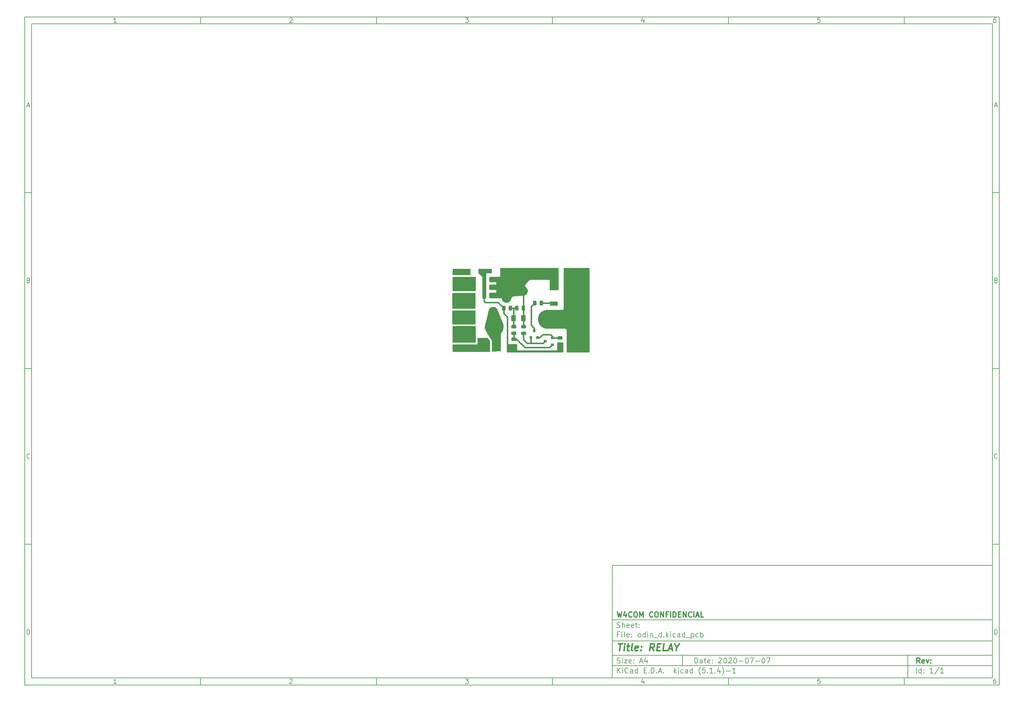
<source format=gbr>
G04 #@! TF.GenerationSoftware,KiCad,Pcbnew,(5.1.4)-1*
G04 #@! TF.CreationDate,2021-05-06T09:23:44-03:00*
G04 #@! TF.ProjectId,odin_d,6f64696e-5f64-42e6-9b69-6361645f7063,rev?*
G04 #@! TF.SameCoordinates,Original*
G04 #@! TF.FileFunction,Copper,L1,Top*
G04 #@! TF.FilePolarity,Positive*
%FSLAX46Y46*%
G04 Gerber Fmt 4.6, Leading zero omitted, Abs format (unit mm)*
G04 Created by KiCad (PCBNEW (5.1.4)-1) date 2021-05-06 09:23:44*
%MOMM*%
%LPD*%
G04 APERTURE LIST*
%ADD10C,0.100000*%
%ADD11C,0.150000*%
%ADD12C,0.300000*%
%ADD13C,0.400000*%
%ADD14C,1.800000*%
%ADD15R,2.200000X1.200000*%
%ADD16R,6.400000X5.800000*%
%ADD17C,0.975000*%
%ADD18R,0.800000X0.900000*%
%ADD19R,0.900000X1.200000*%
%ADD20R,0.900000X0.800000*%
%ADD21C,4.000000*%
%ADD22C,1.250000*%
%ADD23C,0.450000*%
%ADD24C,0.254000*%
G04 APERTURE END LIST*
D10*
D11*
X177002200Y-166007200D02*
X177002200Y-198007200D01*
X285002200Y-198007200D01*
X285002200Y-166007200D01*
X177002200Y-166007200D01*
D10*
D11*
X10000000Y-10000000D02*
X10000000Y-200007200D01*
X287002200Y-200007200D01*
X287002200Y-10000000D01*
X10000000Y-10000000D01*
D10*
D11*
X12000000Y-12000000D02*
X12000000Y-198007200D01*
X285002200Y-198007200D01*
X285002200Y-12000000D01*
X12000000Y-12000000D01*
D10*
D11*
X60000000Y-12000000D02*
X60000000Y-10000000D01*
D10*
D11*
X110000000Y-12000000D02*
X110000000Y-10000000D01*
D10*
D11*
X160000000Y-12000000D02*
X160000000Y-10000000D01*
D10*
D11*
X210000000Y-12000000D02*
X210000000Y-10000000D01*
D10*
D11*
X260000000Y-12000000D02*
X260000000Y-10000000D01*
D10*
D11*
X36065476Y-11588095D02*
X35322619Y-11588095D01*
X35694047Y-11588095D02*
X35694047Y-10288095D01*
X35570238Y-10473809D01*
X35446428Y-10597619D01*
X35322619Y-10659523D01*
D10*
D11*
X85322619Y-10411904D02*
X85384523Y-10350000D01*
X85508333Y-10288095D01*
X85817857Y-10288095D01*
X85941666Y-10350000D01*
X86003571Y-10411904D01*
X86065476Y-10535714D01*
X86065476Y-10659523D01*
X86003571Y-10845238D01*
X85260714Y-11588095D01*
X86065476Y-11588095D01*
D10*
D11*
X135260714Y-10288095D02*
X136065476Y-10288095D01*
X135632142Y-10783333D01*
X135817857Y-10783333D01*
X135941666Y-10845238D01*
X136003571Y-10907142D01*
X136065476Y-11030952D01*
X136065476Y-11340476D01*
X136003571Y-11464285D01*
X135941666Y-11526190D01*
X135817857Y-11588095D01*
X135446428Y-11588095D01*
X135322619Y-11526190D01*
X135260714Y-11464285D01*
D10*
D11*
X185941666Y-10721428D02*
X185941666Y-11588095D01*
X185632142Y-10226190D02*
X185322619Y-11154761D01*
X186127380Y-11154761D01*
D10*
D11*
X236003571Y-10288095D02*
X235384523Y-10288095D01*
X235322619Y-10907142D01*
X235384523Y-10845238D01*
X235508333Y-10783333D01*
X235817857Y-10783333D01*
X235941666Y-10845238D01*
X236003571Y-10907142D01*
X236065476Y-11030952D01*
X236065476Y-11340476D01*
X236003571Y-11464285D01*
X235941666Y-11526190D01*
X235817857Y-11588095D01*
X235508333Y-11588095D01*
X235384523Y-11526190D01*
X235322619Y-11464285D01*
D10*
D11*
X285941666Y-10288095D02*
X285694047Y-10288095D01*
X285570238Y-10350000D01*
X285508333Y-10411904D01*
X285384523Y-10597619D01*
X285322619Y-10845238D01*
X285322619Y-11340476D01*
X285384523Y-11464285D01*
X285446428Y-11526190D01*
X285570238Y-11588095D01*
X285817857Y-11588095D01*
X285941666Y-11526190D01*
X286003571Y-11464285D01*
X286065476Y-11340476D01*
X286065476Y-11030952D01*
X286003571Y-10907142D01*
X285941666Y-10845238D01*
X285817857Y-10783333D01*
X285570238Y-10783333D01*
X285446428Y-10845238D01*
X285384523Y-10907142D01*
X285322619Y-11030952D01*
D10*
D11*
X60000000Y-198007200D02*
X60000000Y-200007200D01*
D10*
D11*
X110000000Y-198007200D02*
X110000000Y-200007200D01*
D10*
D11*
X160000000Y-198007200D02*
X160000000Y-200007200D01*
D10*
D11*
X210000000Y-198007200D02*
X210000000Y-200007200D01*
D10*
D11*
X260000000Y-198007200D02*
X260000000Y-200007200D01*
D10*
D11*
X36065476Y-199595295D02*
X35322619Y-199595295D01*
X35694047Y-199595295D02*
X35694047Y-198295295D01*
X35570238Y-198481009D01*
X35446428Y-198604819D01*
X35322619Y-198666723D01*
D10*
D11*
X85322619Y-198419104D02*
X85384523Y-198357200D01*
X85508333Y-198295295D01*
X85817857Y-198295295D01*
X85941666Y-198357200D01*
X86003571Y-198419104D01*
X86065476Y-198542914D01*
X86065476Y-198666723D01*
X86003571Y-198852438D01*
X85260714Y-199595295D01*
X86065476Y-199595295D01*
D10*
D11*
X135260714Y-198295295D02*
X136065476Y-198295295D01*
X135632142Y-198790533D01*
X135817857Y-198790533D01*
X135941666Y-198852438D01*
X136003571Y-198914342D01*
X136065476Y-199038152D01*
X136065476Y-199347676D01*
X136003571Y-199471485D01*
X135941666Y-199533390D01*
X135817857Y-199595295D01*
X135446428Y-199595295D01*
X135322619Y-199533390D01*
X135260714Y-199471485D01*
D10*
D11*
X185941666Y-198728628D02*
X185941666Y-199595295D01*
X185632142Y-198233390D02*
X185322619Y-199161961D01*
X186127380Y-199161961D01*
D10*
D11*
X236003571Y-198295295D02*
X235384523Y-198295295D01*
X235322619Y-198914342D01*
X235384523Y-198852438D01*
X235508333Y-198790533D01*
X235817857Y-198790533D01*
X235941666Y-198852438D01*
X236003571Y-198914342D01*
X236065476Y-199038152D01*
X236065476Y-199347676D01*
X236003571Y-199471485D01*
X235941666Y-199533390D01*
X235817857Y-199595295D01*
X235508333Y-199595295D01*
X235384523Y-199533390D01*
X235322619Y-199471485D01*
D10*
D11*
X285941666Y-198295295D02*
X285694047Y-198295295D01*
X285570238Y-198357200D01*
X285508333Y-198419104D01*
X285384523Y-198604819D01*
X285322619Y-198852438D01*
X285322619Y-199347676D01*
X285384523Y-199471485D01*
X285446428Y-199533390D01*
X285570238Y-199595295D01*
X285817857Y-199595295D01*
X285941666Y-199533390D01*
X286003571Y-199471485D01*
X286065476Y-199347676D01*
X286065476Y-199038152D01*
X286003571Y-198914342D01*
X285941666Y-198852438D01*
X285817857Y-198790533D01*
X285570238Y-198790533D01*
X285446428Y-198852438D01*
X285384523Y-198914342D01*
X285322619Y-199038152D01*
D10*
D11*
X10000000Y-60000000D02*
X12000000Y-60000000D01*
D10*
D11*
X10000000Y-110000000D02*
X12000000Y-110000000D01*
D10*
D11*
X10000000Y-160000000D02*
X12000000Y-160000000D01*
D10*
D11*
X10690476Y-35216666D02*
X11309523Y-35216666D01*
X10566666Y-35588095D02*
X11000000Y-34288095D01*
X11433333Y-35588095D01*
D10*
D11*
X11092857Y-84907142D02*
X11278571Y-84969047D01*
X11340476Y-85030952D01*
X11402380Y-85154761D01*
X11402380Y-85340476D01*
X11340476Y-85464285D01*
X11278571Y-85526190D01*
X11154761Y-85588095D01*
X10659523Y-85588095D01*
X10659523Y-84288095D01*
X11092857Y-84288095D01*
X11216666Y-84350000D01*
X11278571Y-84411904D01*
X11340476Y-84535714D01*
X11340476Y-84659523D01*
X11278571Y-84783333D01*
X11216666Y-84845238D01*
X11092857Y-84907142D01*
X10659523Y-84907142D01*
D10*
D11*
X11402380Y-135464285D02*
X11340476Y-135526190D01*
X11154761Y-135588095D01*
X11030952Y-135588095D01*
X10845238Y-135526190D01*
X10721428Y-135402380D01*
X10659523Y-135278571D01*
X10597619Y-135030952D01*
X10597619Y-134845238D01*
X10659523Y-134597619D01*
X10721428Y-134473809D01*
X10845238Y-134350000D01*
X11030952Y-134288095D01*
X11154761Y-134288095D01*
X11340476Y-134350000D01*
X11402380Y-134411904D01*
D10*
D11*
X10659523Y-185588095D02*
X10659523Y-184288095D01*
X10969047Y-184288095D01*
X11154761Y-184350000D01*
X11278571Y-184473809D01*
X11340476Y-184597619D01*
X11402380Y-184845238D01*
X11402380Y-185030952D01*
X11340476Y-185278571D01*
X11278571Y-185402380D01*
X11154761Y-185526190D01*
X10969047Y-185588095D01*
X10659523Y-185588095D01*
D10*
D11*
X287002200Y-60000000D02*
X285002200Y-60000000D01*
D10*
D11*
X287002200Y-110000000D02*
X285002200Y-110000000D01*
D10*
D11*
X287002200Y-160000000D02*
X285002200Y-160000000D01*
D10*
D11*
X285692676Y-35216666D02*
X286311723Y-35216666D01*
X285568866Y-35588095D02*
X286002200Y-34288095D01*
X286435533Y-35588095D01*
D10*
D11*
X286095057Y-84907142D02*
X286280771Y-84969047D01*
X286342676Y-85030952D01*
X286404580Y-85154761D01*
X286404580Y-85340476D01*
X286342676Y-85464285D01*
X286280771Y-85526190D01*
X286156961Y-85588095D01*
X285661723Y-85588095D01*
X285661723Y-84288095D01*
X286095057Y-84288095D01*
X286218866Y-84350000D01*
X286280771Y-84411904D01*
X286342676Y-84535714D01*
X286342676Y-84659523D01*
X286280771Y-84783333D01*
X286218866Y-84845238D01*
X286095057Y-84907142D01*
X285661723Y-84907142D01*
D10*
D11*
X286404580Y-135464285D02*
X286342676Y-135526190D01*
X286156961Y-135588095D01*
X286033152Y-135588095D01*
X285847438Y-135526190D01*
X285723628Y-135402380D01*
X285661723Y-135278571D01*
X285599819Y-135030952D01*
X285599819Y-134845238D01*
X285661723Y-134597619D01*
X285723628Y-134473809D01*
X285847438Y-134350000D01*
X286033152Y-134288095D01*
X286156961Y-134288095D01*
X286342676Y-134350000D01*
X286404580Y-134411904D01*
D10*
D11*
X285661723Y-185588095D02*
X285661723Y-184288095D01*
X285971247Y-184288095D01*
X286156961Y-184350000D01*
X286280771Y-184473809D01*
X286342676Y-184597619D01*
X286404580Y-184845238D01*
X286404580Y-185030952D01*
X286342676Y-185278571D01*
X286280771Y-185402380D01*
X286156961Y-185526190D01*
X285971247Y-185588095D01*
X285661723Y-185588095D01*
D10*
D11*
X200434342Y-193785771D02*
X200434342Y-192285771D01*
X200791485Y-192285771D01*
X201005771Y-192357200D01*
X201148628Y-192500057D01*
X201220057Y-192642914D01*
X201291485Y-192928628D01*
X201291485Y-193142914D01*
X201220057Y-193428628D01*
X201148628Y-193571485D01*
X201005771Y-193714342D01*
X200791485Y-193785771D01*
X200434342Y-193785771D01*
X202577200Y-193785771D02*
X202577200Y-193000057D01*
X202505771Y-192857200D01*
X202362914Y-192785771D01*
X202077200Y-192785771D01*
X201934342Y-192857200D01*
X202577200Y-193714342D02*
X202434342Y-193785771D01*
X202077200Y-193785771D01*
X201934342Y-193714342D01*
X201862914Y-193571485D01*
X201862914Y-193428628D01*
X201934342Y-193285771D01*
X202077200Y-193214342D01*
X202434342Y-193214342D01*
X202577200Y-193142914D01*
X203077200Y-192785771D02*
X203648628Y-192785771D01*
X203291485Y-192285771D02*
X203291485Y-193571485D01*
X203362914Y-193714342D01*
X203505771Y-193785771D01*
X203648628Y-193785771D01*
X204720057Y-193714342D02*
X204577200Y-193785771D01*
X204291485Y-193785771D01*
X204148628Y-193714342D01*
X204077200Y-193571485D01*
X204077200Y-193000057D01*
X204148628Y-192857200D01*
X204291485Y-192785771D01*
X204577200Y-192785771D01*
X204720057Y-192857200D01*
X204791485Y-193000057D01*
X204791485Y-193142914D01*
X204077200Y-193285771D01*
X205434342Y-193642914D02*
X205505771Y-193714342D01*
X205434342Y-193785771D01*
X205362914Y-193714342D01*
X205434342Y-193642914D01*
X205434342Y-193785771D01*
X205434342Y-192857200D02*
X205505771Y-192928628D01*
X205434342Y-193000057D01*
X205362914Y-192928628D01*
X205434342Y-192857200D01*
X205434342Y-193000057D01*
X207220057Y-192428628D02*
X207291485Y-192357200D01*
X207434342Y-192285771D01*
X207791485Y-192285771D01*
X207934342Y-192357200D01*
X208005771Y-192428628D01*
X208077200Y-192571485D01*
X208077200Y-192714342D01*
X208005771Y-192928628D01*
X207148628Y-193785771D01*
X208077200Y-193785771D01*
X209005771Y-192285771D02*
X209148628Y-192285771D01*
X209291485Y-192357200D01*
X209362914Y-192428628D01*
X209434342Y-192571485D01*
X209505771Y-192857200D01*
X209505771Y-193214342D01*
X209434342Y-193500057D01*
X209362914Y-193642914D01*
X209291485Y-193714342D01*
X209148628Y-193785771D01*
X209005771Y-193785771D01*
X208862914Y-193714342D01*
X208791485Y-193642914D01*
X208720057Y-193500057D01*
X208648628Y-193214342D01*
X208648628Y-192857200D01*
X208720057Y-192571485D01*
X208791485Y-192428628D01*
X208862914Y-192357200D01*
X209005771Y-192285771D01*
X210077200Y-192428628D02*
X210148628Y-192357200D01*
X210291485Y-192285771D01*
X210648628Y-192285771D01*
X210791485Y-192357200D01*
X210862914Y-192428628D01*
X210934342Y-192571485D01*
X210934342Y-192714342D01*
X210862914Y-192928628D01*
X210005771Y-193785771D01*
X210934342Y-193785771D01*
X211862914Y-192285771D02*
X212005771Y-192285771D01*
X212148628Y-192357200D01*
X212220057Y-192428628D01*
X212291485Y-192571485D01*
X212362914Y-192857200D01*
X212362914Y-193214342D01*
X212291485Y-193500057D01*
X212220057Y-193642914D01*
X212148628Y-193714342D01*
X212005771Y-193785771D01*
X211862914Y-193785771D01*
X211720057Y-193714342D01*
X211648628Y-193642914D01*
X211577200Y-193500057D01*
X211505771Y-193214342D01*
X211505771Y-192857200D01*
X211577200Y-192571485D01*
X211648628Y-192428628D01*
X211720057Y-192357200D01*
X211862914Y-192285771D01*
X213005771Y-193214342D02*
X214148628Y-193214342D01*
X215148628Y-192285771D02*
X215291485Y-192285771D01*
X215434342Y-192357200D01*
X215505771Y-192428628D01*
X215577200Y-192571485D01*
X215648628Y-192857200D01*
X215648628Y-193214342D01*
X215577200Y-193500057D01*
X215505771Y-193642914D01*
X215434342Y-193714342D01*
X215291485Y-193785771D01*
X215148628Y-193785771D01*
X215005771Y-193714342D01*
X214934342Y-193642914D01*
X214862914Y-193500057D01*
X214791485Y-193214342D01*
X214791485Y-192857200D01*
X214862914Y-192571485D01*
X214934342Y-192428628D01*
X215005771Y-192357200D01*
X215148628Y-192285771D01*
X216148628Y-192285771D02*
X217148628Y-192285771D01*
X216505771Y-193785771D01*
X217720057Y-193214342D02*
X218862914Y-193214342D01*
X219862914Y-192285771D02*
X220005771Y-192285771D01*
X220148628Y-192357200D01*
X220220057Y-192428628D01*
X220291485Y-192571485D01*
X220362914Y-192857200D01*
X220362914Y-193214342D01*
X220291485Y-193500057D01*
X220220057Y-193642914D01*
X220148628Y-193714342D01*
X220005771Y-193785771D01*
X219862914Y-193785771D01*
X219720057Y-193714342D01*
X219648628Y-193642914D01*
X219577200Y-193500057D01*
X219505771Y-193214342D01*
X219505771Y-192857200D01*
X219577200Y-192571485D01*
X219648628Y-192428628D01*
X219720057Y-192357200D01*
X219862914Y-192285771D01*
X220862914Y-192285771D02*
X221862914Y-192285771D01*
X221220057Y-193785771D01*
D10*
D11*
X177002200Y-194507200D02*
X285002200Y-194507200D01*
D10*
D11*
X178434342Y-196585771D02*
X178434342Y-195085771D01*
X179291485Y-196585771D02*
X178648628Y-195728628D01*
X179291485Y-195085771D02*
X178434342Y-195942914D01*
X179934342Y-196585771D02*
X179934342Y-195585771D01*
X179934342Y-195085771D02*
X179862914Y-195157200D01*
X179934342Y-195228628D01*
X180005771Y-195157200D01*
X179934342Y-195085771D01*
X179934342Y-195228628D01*
X181505771Y-196442914D02*
X181434342Y-196514342D01*
X181220057Y-196585771D01*
X181077200Y-196585771D01*
X180862914Y-196514342D01*
X180720057Y-196371485D01*
X180648628Y-196228628D01*
X180577200Y-195942914D01*
X180577200Y-195728628D01*
X180648628Y-195442914D01*
X180720057Y-195300057D01*
X180862914Y-195157200D01*
X181077200Y-195085771D01*
X181220057Y-195085771D01*
X181434342Y-195157200D01*
X181505771Y-195228628D01*
X182791485Y-196585771D02*
X182791485Y-195800057D01*
X182720057Y-195657200D01*
X182577200Y-195585771D01*
X182291485Y-195585771D01*
X182148628Y-195657200D01*
X182791485Y-196514342D02*
X182648628Y-196585771D01*
X182291485Y-196585771D01*
X182148628Y-196514342D01*
X182077200Y-196371485D01*
X182077200Y-196228628D01*
X182148628Y-196085771D01*
X182291485Y-196014342D01*
X182648628Y-196014342D01*
X182791485Y-195942914D01*
X184148628Y-196585771D02*
X184148628Y-195085771D01*
X184148628Y-196514342D02*
X184005771Y-196585771D01*
X183720057Y-196585771D01*
X183577200Y-196514342D01*
X183505771Y-196442914D01*
X183434342Y-196300057D01*
X183434342Y-195871485D01*
X183505771Y-195728628D01*
X183577200Y-195657200D01*
X183720057Y-195585771D01*
X184005771Y-195585771D01*
X184148628Y-195657200D01*
X186005771Y-195800057D02*
X186505771Y-195800057D01*
X186720057Y-196585771D02*
X186005771Y-196585771D01*
X186005771Y-195085771D01*
X186720057Y-195085771D01*
X187362914Y-196442914D02*
X187434342Y-196514342D01*
X187362914Y-196585771D01*
X187291485Y-196514342D01*
X187362914Y-196442914D01*
X187362914Y-196585771D01*
X188077200Y-196585771D02*
X188077200Y-195085771D01*
X188434342Y-195085771D01*
X188648628Y-195157200D01*
X188791485Y-195300057D01*
X188862914Y-195442914D01*
X188934342Y-195728628D01*
X188934342Y-195942914D01*
X188862914Y-196228628D01*
X188791485Y-196371485D01*
X188648628Y-196514342D01*
X188434342Y-196585771D01*
X188077200Y-196585771D01*
X189577200Y-196442914D02*
X189648628Y-196514342D01*
X189577200Y-196585771D01*
X189505771Y-196514342D01*
X189577200Y-196442914D01*
X189577200Y-196585771D01*
X190220057Y-196157200D02*
X190934342Y-196157200D01*
X190077200Y-196585771D02*
X190577200Y-195085771D01*
X191077200Y-196585771D01*
X191577200Y-196442914D02*
X191648628Y-196514342D01*
X191577200Y-196585771D01*
X191505771Y-196514342D01*
X191577200Y-196442914D01*
X191577200Y-196585771D01*
X194577200Y-196585771D02*
X194577200Y-195085771D01*
X194720057Y-196014342D02*
X195148628Y-196585771D01*
X195148628Y-195585771D02*
X194577200Y-196157200D01*
X195791485Y-196585771D02*
X195791485Y-195585771D01*
X195791485Y-195085771D02*
X195720057Y-195157200D01*
X195791485Y-195228628D01*
X195862914Y-195157200D01*
X195791485Y-195085771D01*
X195791485Y-195228628D01*
X197148628Y-196514342D02*
X197005771Y-196585771D01*
X196720057Y-196585771D01*
X196577200Y-196514342D01*
X196505771Y-196442914D01*
X196434342Y-196300057D01*
X196434342Y-195871485D01*
X196505771Y-195728628D01*
X196577200Y-195657200D01*
X196720057Y-195585771D01*
X197005771Y-195585771D01*
X197148628Y-195657200D01*
X198434342Y-196585771D02*
X198434342Y-195800057D01*
X198362914Y-195657200D01*
X198220057Y-195585771D01*
X197934342Y-195585771D01*
X197791485Y-195657200D01*
X198434342Y-196514342D02*
X198291485Y-196585771D01*
X197934342Y-196585771D01*
X197791485Y-196514342D01*
X197720057Y-196371485D01*
X197720057Y-196228628D01*
X197791485Y-196085771D01*
X197934342Y-196014342D01*
X198291485Y-196014342D01*
X198434342Y-195942914D01*
X199791485Y-196585771D02*
X199791485Y-195085771D01*
X199791485Y-196514342D02*
X199648628Y-196585771D01*
X199362914Y-196585771D01*
X199220057Y-196514342D01*
X199148628Y-196442914D01*
X199077200Y-196300057D01*
X199077200Y-195871485D01*
X199148628Y-195728628D01*
X199220057Y-195657200D01*
X199362914Y-195585771D01*
X199648628Y-195585771D01*
X199791485Y-195657200D01*
X202077200Y-197157200D02*
X202005771Y-197085771D01*
X201862914Y-196871485D01*
X201791485Y-196728628D01*
X201720057Y-196514342D01*
X201648628Y-196157200D01*
X201648628Y-195871485D01*
X201720057Y-195514342D01*
X201791485Y-195300057D01*
X201862914Y-195157200D01*
X202005771Y-194942914D01*
X202077200Y-194871485D01*
X203362914Y-195085771D02*
X202648628Y-195085771D01*
X202577200Y-195800057D01*
X202648628Y-195728628D01*
X202791485Y-195657200D01*
X203148628Y-195657200D01*
X203291485Y-195728628D01*
X203362914Y-195800057D01*
X203434342Y-195942914D01*
X203434342Y-196300057D01*
X203362914Y-196442914D01*
X203291485Y-196514342D01*
X203148628Y-196585771D01*
X202791485Y-196585771D01*
X202648628Y-196514342D01*
X202577200Y-196442914D01*
X204077200Y-196442914D02*
X204148628Y-196514342D01*
X204077200Y-196585771D01*
X204005771Y-196514342D01*
X204077200Y-196442914D01*
X204077200Y-196585771D01*
X205577200Y-196585771D02*
X204720057Y-196585771D01*
X205148628Y-196585771D02*
X205148628Y-195085771D01*
X205005771Y-195300057D01*
X204862914Y-195442914D01*
X204720057Y-195514342D01*
X206220057Y-196442914D02*
X206291485Y-196514342D01*
X206220057Y-196585771D01*
X206148628Y-196514342D01*
X206220057Y-196442914D01*
X206220057Y-196585771D01*
X207577200Y-195585771D02*
X207577200Y-196585771D01*
X207220057Y-195014342D02*
X206862914Y-196085771D01*
X207791485Y-196085771D01*
X208220057Y-197157200D02*
X208291485Y-197085771D01*
X208434342Y-196871485D01*
X208505771Y-196728628D01*
X208577200Y-196514342D01*
X208648628Y-196157200D01*
X208648628Y-195871485D01*
X208577200Y-195514342D01*
X208505771Y-195300057D01*
X208434342Y-195157200D01*
X208291485Y-194942914D01*
X208220057Y-194871485D01*
X209362914Y-196014342D02*
X210505771Y-196014342D01*
X212005771Y-196585771D02*
X211148628Y-196585771D01*
X211577200Y-196585771D02*
X211577200Y-195085771D01*
X211434342Y-195300057D01*
X211291485Y-195442914D01*
X211148628Y-195514342D01*
D10*
D11*
X177002200Y-191507200D02*
X285002200Y-191507200D01*
D10*
D12*
X264411485Y-193785771D02*
X263911485Y-193071485D01*
X263554342Y-193785771D02*
X263554342Y-192285771D01*
X264125771Y-192285771D01*
X264268628Y-192357200D01*
X264340057Y-192428628D01*
X264411485Y-192571485D01*
X264411485Y-192785771D01*
X264340057Y-192928628D01*
X264268628Y-193000057D01*
X264125771Y-193071485D01*
X263554342Y-193071485D01*
X265625771Y-193714342D02*
X265482914Y-193785771D01*
X265197200Y-193785771D01*
X265054342Y-193714342D01*
X264982914Y-193571485D01*
X264982914Y-193000057D01*
X265054342Y-192857200D01*
X265197200Y-192785771D01*
X265482914Y-192785771D01*
X265625771Y-192857200D01*
X265697200Y-193000057D01*
X265697200Y-193142914D01*
X264982914Y-193285771D01*
X266197200Y-192785771D02*
X266554342Y-193785771D01*
X266911485Y-192785771D01*
X267482914Y-193642914D02*
X267554342Y-193714342D01*
X267482914Y-193785771D01*
X267411485Y-193714342D01*
X267482914Y-193642914D01*
X267482914Y-193785771D01*
X267482914Y-192857200D02*
X267554342Y-192928628D01*
X267482914Y-193000057D01*
X267411485Y-192928628D01*
X267482914Y-192857200D01*
X267482914Y-193000057D01*
D10*
D11*
X178362914Y-193714342D02*
X178577200Y-193785771D01*
X178934342Y-193785771D01*
X179077200Y-193714342D01*
X179148628Y-193642914D01*
X179220057Y-193500057D01*
X179220057Y-193357200D01*
X179148628Y-193214342D01*
X179077200Y-193142914D01*
X178934342Y-193071485D01*
X178648628Y-193000057D01*
X178505771Y-192928628D01*
X178434342Y-192857200D01*
X178362914Y-192714342D01*
X178362914Y-192571485D01*
X178434342Y-192428628D01*
X178505771Y-192357200D01*
X178648628Y-192285771D01*
X179005771Y-192285771D01*
X179220057Y-192357200D01*
X179862914Y-193785771D02*
X179862914Y-192785771D01*
X179862914Y-192285771D02*
X179791485Y-192357200D01*
X179862914Y-192428628D01*
X179934342Y-192357200D01*
X179862914Y-192285771D01*
X179862914Y-192428628D01*
X180434342Y-192785771D02*
X181220057Y-192785771D01*
X180434342Y-193785771D01*
X181220057Y-193785771D01*
X182362914Y-193714342D02*
X182220057Y-193785771D01*
X181934342Y-193785771D01*
X181791485Y-193714342D01*
X181720057Y-193571485D01*
X181720057Y-193000057D01*
X181791485Y-192857200D01*
X181934342Y-192785771D01*
X182220057Y-192785771D01*
X182362914Y-192857200D01*
X182434342Y-193000057D01*
X182434342Y-193142914D01*
X181720057Y-193285771D01*
X183077200Y-193642914D02*
X183148628Y-193714342D01*
X183077200Y-193785771D01*
X183005771Y-193714342D01*
X183077200Y-193642914D01*
X183077200Y-193785771D01*
X183077200Y-192857200D02*
X183148628Y-192928628D01*
X183077200Y-193000057D01*
X183005771Y-192928628D01*
X183077200Y-192857200D01*
X183077200Y-193000057D01*
X184862914Y-193357200D02*
X185577200Y-193357200D01*
X184720057Y-193785771D02*
X185220057Y-192285771D01*
X185720057Y-193785771D01*
X186862914Y-192785771D02*
X186862914Y-193785771D01*
X186505771Y-192214342D02*
X186148628Y-193285771D01*
X187077200Y-193285771D01*
D10*
D11*
X263434342Y-196585771D02*
X263434342Y-195085771D01*
X264791485Y-196585771D02*
X264791485Y-195085771D01*
X264791485Y-196514342D02*
X264648628Y-196585771D01*
X264362914Y-196585771D01*
X264220057Y-196514342D01*
X264148628Y-196442914D01*
X264077200Y-196300057D01*
X264077200Y-195871485D01*
X264148628Y-195728628D01*
X264220057Y-195657200D01*
X264362914Y-195585771D01*
X264648628Y-195585771D01*
X264791485Y-195657200D01*
X265505771Y-196442914D02*
X265577200Y-196514342D01*
X265505771Y-196585771D01*
X265434342Y-196514342D01*
X265505771Y-196442914D01*
X265505771Y-196585771D01*
X265505771Y-195657200D02*
X265577200Y-195728628D01*
X265505771Y-195800057D01*
X265434342Y-195728628D01*
X265505771Y-195657200D01*
X265505771Y-195800057D01*
X268148628Y-196585771D02*
X267291485Y-196585771D01*
X267720057Y-196585771D02*
X267720057Y-195085771D01*
X267577200Y-195300057D01*
X267434342Y-195442914D01*
X267291485Y-195514342D01*
X269862914Y-195014342D02*
X268577200Y-196942914D01*
X271148628Y-196585771D02*
X270291485Y-196585771D01*
X270720057Y-196585771D02*
X270720057Y-195085771D01*
X270577200Y-195300057D01*
X270434342Y-195442914D01*
X270291485Y-195514342D01*
D10*
D11*
X177002200Y-187507200D02*
X285002200Y-187507200D01*
D10*
D13*
X178714580Y-188211961D02*
X179857438Y-188211961D01*
X179036009Y-190211961D02*
X179286009Y-188211961D01*
X180274104Y-190211961D02*
X180440771Y-188878628D01*
X180524104Y-188211961D02*
X180416961Y-188307200D01*
X180500295Y-188402438D01*
X180607438Y-188307200D01*
X180524104Y-188211961D01*
X180500295Y-188402438D01*
X181107438Y-188878628D02*
X181869342Y-188878628D01*
X181476485Y-188211961D02*
X181262200Y-189926247D01*
X181333628Y-190116723D01*
X181512200Y-190211961D01*
X181702676Y-190211961D01*
X182655057Y-190211961D02*
X182476485Y-190116723D01*
X182405057Y-189926247D01*
X182619342Y-188211961D01*
X184190771Y-190116723D02*
X183988390Y-190211961D01*
X183607438Y-190211961D01*
X183428866Y-190116723D01*
X183357438Y-189926247D01*
X183452676Y-189164342D01*
X183571723Y-188973866D01*
X183774104Y-188878628D01*
X184155057Y-188878628D01*
X184333628Y-188973866D01*
X184405057Y-189164342D01*
X184381247Y-189354819D01*
X183405057Y-189545295D01*
X185155057Y-190021485D02*
X185238390Y-190116723D01*
X185131247Y-190211961D01*
X185047914Y-190116723D01*
X185155057Y-190021485D01*
X185131247Y-190211961D01*
X185286009Y-188973866D02*
X185369342Y-189069104D01*
X185262200Y-189164342D01*
X185178866Y-189069104D01*
X185286009Y-188973866D01*
X185262200Y-189164342D01*
X188750295Y-190211961D02*
X188202676Y-189259580D01*
X187607438Y-190211961D02*
X187857438Y-188211961D01*
X188619342Y-188211961D01*
X188797914Y-188307200D01*
X188881247Y-188402438D01*
X188952676Y-188592914D01*
X188916961Y-188878628D01*
X188797914Y-189069104D01*
X188690771Y-189164342D01*
X188488390Y-189259580D01*
X187726485Y-189259580D01*
X189738390Y-189164342D02*
X190405057Y-189164342D01*
X190559819Y-190211961D02*
X189607438Y-190211961D01*
X189857438Y-188211961D01*
X190809819Y-188211961D01*
X192369342Y-190211961D02*
X191416961Y-190211961D01*
X191666961Y-188211961D01*
X193012200Y-189640533D02*
X193964580Y-189640533D01*
X192750295Y-190211961D02*
X193666961Y-188211961D01*
X194083628Y-190211961D01*
X195250295Y-189259580D02*
X195131247Y-190211961D01*
X194714580Y-188211961D02*
X195250295Y-189259580D01*
X196047914Y-188211961D01*
D10*
D11*
X178934342Y-185600057D02*
X178434342Y-185600057D01*
X178434342Y-186385771D02*
X178434342Y-184885771D01*
X179148628Y-184885771D01*
X179720057Y-186385771D02*
X179720057Y-185385771D01*
X179720057Y-184885771D02*
X179648628Y-184957200D01*
X179720057Y-185028628D01*
X179791485Y-184957200D01*
X179720057Y-184885771D01*
X179720057Y-185028628D01*
X180648628Y-186385771D02*
X180505771Y-186314342D01*
X180434342Y-186171485D01*
X180434342Y-184885771D01*
X181791485Y-186314342D02*
X181648628Y-186385771D01*
X181362914Y-186385771D01*
X181220057Y-186314342D01*
X181148628Y-186171485D01*
X181148628Y-185600057D01*
X181220057Y-185457200D01*
X181362914Y-185385771D01*
X181648628Y-185385771D01*
X181791485Y-185457200D01*
X181862914Y-185600057D01*
X181862914Y-185742914D01*
X181148628Y-185885771D01*
X182505771Y-186242914D02*
X182577200Y-186314342D01*
X182505771Y-186385771D01*
X182434342Y-186314342D01*
X182505771Y-186242914D01*
X182505771Y-186385771D01*
X182505771Y-185457200D02*
X182577200Y-185528628D01*
X182505771Y-185600057D01*
X182434342Y-185528628D01*
X182505771Y-185457200D01*
X182505771Y-185600057D01*
X184577200Y-186385771D02*
X184434342Y-186314342D01*
X184362914Y-186242914D01*
X184291485Y-186100057D01*
X184291485Y-185671485D01*
X184362914Y-185528628D01*
X184434342Y-185457200D01*
X184577200Y-185385771D01*
X184791485Y-185385771D01*
X184934342Y-185457200D01*
X185005771Y-185528628D01*
X185077200Y-185671485D01*
X185077200Y-186100057D01*
X185005771Y-186242914D01*
X184934342Y-186314342D01*
X184791485Y-186385771D01*
X184577200Y-186385771D01*
X186362914Y-186385771D02*
X186362914Y-184885771D01*
X186362914Y-186314342D02*
X186220057Y-186385771D01*
X185934342Y-186385771D01*
X185791485Y-186314342D01*
X185720057Y-186242914D01*
X185648628Y-186100057D01*
X185648628Y-185671485D01*
X185720057Y-185528628D01*
X185791485Y-185457200D01*
X185934342Y-185385771D01*
X186220057Y-185385771D01*
X186362914Y-185457200D01*
X187077200Y-186385771D02*
X187077200Y-185385771D01*
X187077200Y-184885771D02*
X187005771Y-184957200D01*
X187077200Y-185028628D01*
X187148628Y-184957200D01*
X187077200Y-184885771D01*
X187077200Y-185028628D01*
X187791485Y-185385771D02*
X187791485Y-186385771D01*
X187791485Y-185528628D02*
X187862914Y-185457200D01*
X188005771Y-185385771D01*
X188220057Y-185385771D01*
X188362914Y-185457200D01*
X188434342Y-185600057D01*
X188434342Y-186385771D01*
X188791485Y-186528628D02*
X189934342Y-186528628D01*
X190934342Y-186385771D02*
X190934342Y-184885771D01*
X190934342Y-186314342D02*
X190791485Y-186385771D01*
X190505771Y-186385771D01*
X190362914Y-186314342D01*
X190291485Y-186242914D01*
X190220057Y-186100057D01*
X190220057Y-185671485D01*
X190291485Y-185528628D01*
X190362914Y-185457200D01*
X190505771Y-185385771D01*
X190791485Y-185385771D01*
X190934342Y-185457200D01*
X191648628Y-186242914D02*
X191720057Y-186314342D01*
X191648628Y-186385771D01*
X191577200Y-186314342D01*
X191648628Y-186242914D01*
X191648628Y-186385771D01*
X192362914Y-186385771D02*
X192362914Y-184885771D01*
X192505771Y-185814342D02*
X192934342Y-186385771D01*
X192934342Y-185385771D02*
X192362914Y-185957200D01*
X193577200Y-186385771D02*
X193577200Y-185385771D01*
X193577200Y-184885771D02*
X193505771Y-184957200D01*
X193577200Y-185028628D01*
X193648628Y-184957200D01*
X193577200Y-184885771D01*
X193577200Y-185028628D01*
X194934342Y-186314342D02*
X194791485Y-186385771D01*
X194505771Y-186385771D01*
X194362914Y-186314342D01*
X194291485Y-186242914D01*
X194220057Y-186100057D01*
X194220057Y-185671485D01*
X194291485Y-185528628D01*
X194362914Y-185457200D01*
X194505771Y-185385771D01*
X194791485Y-185385771D01*
X194934342Y-185457200D01*
X196220057Y-186385771D02*
X196220057Y-185600057D01*
X196148628Y-185457200D01*
X196005771Y-185385771D01*
X195720057Y-185385771D01*
X195577200Y-185457200D01*
X196220057Y-186314342D02*
X196077200Y-186385771D01*
X195720057Y-186385771D01*
X195577200Y-186314342D01*
X195505771Y-186171485D01*
X195505771Y-186028628D01*
X195577200Y-185885771D01*
X195720057Y-185814342D01*
X196077200Y-185814342D01*
X196220057Y-185742914D01*
X197577200Y-186385771D02*
X197577200Y-184885771D01*
X197577200Y-186314342D02*
X197434342Y-186385771D01*
X197148628Y-186385771D01*
X197005771Y-186314342D01*
X196934342Y-186242914D01*
X196862914Y-186100057D01*
X196862914Y-185671485D01*
X196934342Y-185528628D01*
X197005771Y-185457200D01*
X197148628Y-185385771D01*
X197434342Y-185385771D01*
X197577200Y-185457200D01*
X197934342Y-186528628D02*
X199077200Y-186528628D01*
X199434342Y-185385771D02*
X199434342Y-186885771D01*
X199434342Y-185457200D02*
X199577200Y-185385771D01*
X199862914Y-185385771D01*
X200005771Y-185457200D01*
X200077200Y-185528628D01*
X200148628Y-185671485D01*
X200148628Y-186100057D01*
X200077200Y-186242914D01*
X200005771Y-186314342D01*
X199862914Y-186385771D01*
X199577200Y-186385771D01*
X199434342Y-186314342D01*
X201434342Y-186314342D02*
X201291485Y-186385771D01*
X201005771Y-186385771D01*
X200862914Y-186314342D01*
X200791485Y-186242914D01*
X200720057Y-186100057D01*
X200720057Y-185671485D01*
X200791485Y-185528628D01*
X200862914Y-185457200D01*
X201005771Y-185385771D01*
X201291485Y-185385771D01*
X201434342Y-185457200D01*
X202077200Y-186385771D02*
X202077200Y-184885771D01*
X202077200Y-185457200D02*
X202220057Y-185385771D01*
X202505771Y-185385771D01*
X202648628Y-185457200D01*
X202720057Y-185528628D01*
X202791485Y-185671485D01*
X202791485Y-186100057D01*
X202720057Y-186242914D01*
X202648628Y-186314342D01*
X202505771Y-186385771D01*
X202220057Y-186385771D01*
X202077200Y-186314342D01*
D10*
D11*
X177002200Y-181507200D02*
X285002200Y-181507200D01*
D10*
D11*
X178362914Y-183614342D02*
X178577200Y-183685771D01*
X178934342Y-183685771D01*
X179077200Y-183614342D01*
X179148628Y-183542914D01*
X179220057Y-183400057D01*
X179220057Y-183257200D01*
X179148628Y-183114342D01*
X179077200Y-183042914D01*
X178934342Y-182971485D01*
X178648628Y-182900057D01*
X178505771Y-182828628D01*
X178434342Y-182757200D01*
X178362914Y-182614342D01*
X178362914Y-182471485D01*
X178434342Y-182328628D01*
X178505771Y-182257200D01*
X178648628Y-182185771D01*
X179005771Y-182185771D01*
X179220057Y-182257200D01*
X179862914Y-183685771D02*
X179862914Y-182185771D01*
X180505771Y-183685771D02*
X180505771Y-182900057D01*
X180434342Y-182757200D01*
X180291485Y-182685771D01*
X180077200Y-182685771D01*
X179934342Y-182757200D01*
X179862914Y-182828628D01*
X181791485Y-183614342D02*
X181648628Y-183685771D01*
X181362914Y-183685771D01*
X181220057Y-183614342D01*
X181148628Y-183471485D01*
X181148628Y-182900057D01*
X181220057Y-182757200D01*
X181362914Y-182685771D01*
X181648628Y-182685771D01*
X181791485Y-182757200D01*
X181862914Y-182900057D01*
X181862914Y-183042914D01*
X181148628Y-183185771D01*
X183077200Y-183614342D02*
X182934342Y-183685771D01*
X182648628Y-183685771D01*
X182505771Y-183614342D01*
X182434342Y-183471485D01*
X182434342Y-182900057D01*
X182505771Y-182757200D01*
X182648628Y-182685771D01*
X182934342Y-182685771D01*
X183077200Y-182757200D01*
X183148628Y-182900057D01*
X183148628Y-183042914D01*
X182434342Y-183185771D01*
X183577200Y-182685771D02*
X184148628Y-182685771D01*
X183791485Y-182185771D02*
X183791485Y-183471485D01*
X183862914Y-183614342D01*
X184005771Y-183685771D01*
X184148628Y-183685771D01*
X184648628Y-183542914D02*
X184720057Y-183614342D01*
X184648628Y-183685771D01*
X184577200Y-183614342D01*
X184648628Y-183542914D01*
X184648628Y-183685771D01*
X184648628Y-182757200D02*
X184720057Y-182828628D01*
X184648628Y-182900057D01*
X184577200Y-182828628D01*
X184648628Y-182757200D01*
X184648628Y-182900057D01*
D10*
D12*
X178411485Y-179185771D02*
X178768628Y-180685771D01*
X179054342Y-179614342D01*
X179340057Y-180685771D01*
X179697200Y-179185771D01*
X180911485Y-179685771D02*
X180911485Y-180685771D01*
X180554342Y-179114342D02*
X180197200Y-180185771D01*
X181125771Y-180185771D01*
X182554342Y-180542914D02*
X182482914Y-180614342D01*
X182268628Y-180685771D01*
X182125771Y-180685771D01*
X181911485Y-180614342D01*
X181768628Y-180471485D01*
X181697200Y-180328628D01*
X181625771Y-180042914D01*
X181625771Y-179828628D01*
X181697200Y-179542914D01*
X181768628Y-179400057D01*
X181911485Y-179257200D01*
X182125771Y-179185771D01*
X182268628Y-179185771D01*
X182482914Y-179257200D01*
X182554342Y-179328628D01*
X183482914Y-179185771D02*
X183768628Y-179185771D01*
X183911485Y-179257200D01*
X184054342Y-179400057D01*
X184125771Y-179685771D01*
X184125771Y-180185771D01*
X184054342Y-180471485D01*
X183911485Y-180614342D01*
X183768628Y-180685771D01*
X183482914Y-180685771D01*
X183340057Y-180614342D01*
X183197200Y-180471485D01*
X183125771Y-180185771D01*
X183125771Y-179685771D01*
X183197200Y-179400057D01*
X183340057Y-179257200D01*
X183482914Y-179185771D01*
X184768628Y-180685771D02*
X184768628Y-179185771D01*
X185268628Y-180257200D01*
X185768628Y-179185771D01*
X185768628Y-180685771D01*
X188482914Y-180542914D02*
X188411485Y-180614342D01*
X188197200Y-180685771D01*
X188054342Y-180685771D01*
X187840057Y-180614342D01*
X187697200Y-180471485D01*
X187625771Y-180328628D01*
X187554342Y-180042914D01*
X187554342Y-179828628D01*
X187625771Y-179542914D01*
X187697200Y-179400057D01*
X187840057Y-179257200D01*
X188054342Y-179185771D01*
X188197200Y-179185771D01*
X188411485Y-179257200D01*
X188482914Y-179328628D01*
X189411485Y-179185771D02*
X189697200Y-179185771D01*
X189840057Y-179257200D01*
X189982914Y-179400057D01*
X190054342Y-179685771D01*
X190054342Y-180185771D01*
X189982914Y-180471485D01*
X189840057Y-180614342D01*
X189697200Y-180685771D01*
X189411485Y-180685771D01*
X189268628Y-180614342D01*
X189125771Y-180471485D01*
X189054342Y-180185771D01*
X189054342Y-179685771D01*
X189125771Y-179400057D01*
X189268628Y-179257200D01*
X189411485Y-179185771D01*
X190697200Y-180685771D02*
X190697200Y-179185771D01*
X191554342Y-180685771D01*
X191554342Y-179185771D01*
X192768628Y-179900057D02*
X192268628Y-179900057D01*
X192268628Y-180685771D02*
X192268628Y-179185771D01*
X192982914Y-179185771D01*
X193554342Y-180685771D02*
X193554342Y-179185771D01*
X194268628Y-180685771D02*
X194268628Y-179185771D01*
X194625771Y-179185771D01*
X194840057Y-179257200D01*
X194982914Y-179400057D01*
X195054342Y-179542914D01*
X195125771Y-179828628D01*
X195125771Y-180042914D01*
X195054342Y-180328628D01*
X194982914Y-180471485D01*
X194840057Y-180614342D01*
X194625771Y-180685771D01*
X194268628Y-180685771D01*
X195768628Y-179900057D02*
X196268628Y-179900057D01*
X196482914Y-180685771D02*
X195768628Y-180685771D01*
X195768628Y-179185771D01*
X196482914Y-179185771D01*
X197125771Y-180685771D02*
X197125771Y-179185771D01*
X197982914Y-180685771D01*
X197982914Y-179185771D01*
X199554342Y-180542914D02*
X199482914Y-180614342D01*
X199268628Y-180685771D01*
X199125771Y-180685771D01*
X198911485Y-180614342D01*
X198768628Y-180471485D01*
X198697200Y-180328628D01*
X198625771Y-180042914D01*
X198625771Y-179828628D01*
X198697200Y-179542914D01*
X198768628Y-179400057D01*
X198911485Y-179257200D01*
X199125771Y-179185771D01*
X199268628Y-179185771D01*
X199482914Y-179257200D01*
X199554342Y-179328628D01*
X200197200Y-180685771D02*
X200197200Y-179185771D01*
X200840057Y-180257200D02*
X201554342Y-180257200D01*
X200697200Y-180685771D02*
X201197200Y-179185771D01*
X201697200Y-180685771D01*
X202911485Y-180685771D02*
X202197200Y-180685771D01*
X202197200Y-179185771D01*
D10*
D11*
X197002200Y-191507200D02*
X197002200Y-194507200D01*
D10*
D11*
X261002200Y-191507200D02*
X261002200Y-198007200D01*
D14*
X148180000Y-87920000D03*
X143126155Y-93778212D03*
X146865000Y-90000000D03*
X143094174Y-93744445D03*
D15*
X160380000Y-86990000D03*
X160380000Y-91550000D03*
D16*
X166680000Y-89270000D03*
D10*
G36*
X142745142Y-88451174D02*
G01*
X142768803Y-88454684D01*
X142792007Y-88460496D01*
X142814529Y-88468554D01*
X142836153Y-88478782D01*
X142856670Y-88491079D01*
X142875883Y-88505329D01*
X142893607Y-88521393D01*
X142909671Y-88539117D01*
X142923921Y-88558330D01*
X142936218Y-88578847D01*
X142946446Y-88600471D01*
X142954504Y-88622993D01*
X142960316Y-88646197D01*
X142963826Y-88669858D01*
X142965000Y-88693750D01*
X142965000Y-89606250D01*
X142963826Y-89630142D01*
X142960316Y-89653803D01*
X142954504Y-89677007D01*
X142946446Y-89699529D01*
X142936218Y-89721153D01*
X142923921Y-89741670D01*
X142909671Y-89760883D01*
X142893607Y-89778607D01*
X142875883Y-89794671D01*
X142856670Y-89808921D01*
X142836153Y-89821218D01*
X142814529Y-89831446D01*
X142792007Y-89839504D01*
X142768803Y-89845316D01*
X142745142Y-89848826D01*
X142721250Y-89850000D01*
X142233750Y-89850000D01*
X142209858Y-89848826D01*
X142186197Y-89845316D01*
X142162993Y-89839504D01*
X142140471Y-89831446D01*
X142118847Y-89821218D01*
X142098330Y-89808921D01*
X142079117Y-89794671D01*
X142061393Y-89778607D01*
X142045329Y-89760883D01*
X142031079Y-89741670D01*
X142018782Y-89721153D01*
X142008554Y-89699529D01*
X142000496Y-89677007D01*
X141994684Y-89653803D01*
X141991174Y-89630142D01*
X141990000Y-89606250D01*
X141990000Y-88693750D01*
X141991174Y-88669858D01*
X141994684Y-88646197D01*
X142000496Y-88622993D01*
X142008554Y-88600471D01*
X142018782Y-88578847D01*
X142031079Y-88558330D01*
X142045329Y-88539117D01*
X142061393Y-88521393D01*
X142079117Y-88505329D01*
X142098330Y-88491079D01*
X142118847Y-88478782D01*
X142140471Y-88468554D01*
X142162993Y-88460496D01*
X142186197Y-88454684D01*
X142209858Y-88451174D01*
X142233750Y-88450000D01*
X142721250Y-88450000D01*
X142745142Y-88451174D01*
X142745142Y-88451174D01*
G37*
D17*
X142477500Y-89150000D03*
D10*
G36*
X140870142Y-88451174D02*
G01*
X140893803Y-88454684D01*
X140917007Y-88460496D01*
X140939529Y-88468554D01*
X140961153Y-88478782D01*
X140981670Y-88491079D01*
X141000883Y-88505329D01*
X141018607Y-88521393D01*
X141034671Y-88539117D01*
X141048921Y-88558330D01*
X141061218Y-88578847D01*
X141071446Y-88600471D01*
X141079504Y-88622993D01*
X141085316Y-88646197D01*
X141088826Y-88669858D01*
X141090000Y-88693750D01*
X141090000Y-89606250D01*
X141088826Y-89630142D01*
X141085316Y-89653803D01*
X141079504Y-89677007D01*
X141071446Y-89699529D01*
X141061218Y-89721153D01*
X141048921Y-89741670D01*
X141034671Y-89760883D01*
X141018607Y-89778607D01*
X141000883Y-89794671D01*
X140981670Y-89808921D01*
X140961153Y-89821218D01*
X140939529Y-89831446D01*
X140917007Y-89839504D01*
X140893803Y-89845316D01*
X140870142Y-89848826D01*
X140846250Y-89850000D01*
X140358750Y-89850000D01*
X140334858Y-89848826D01*
X140311197Y-89845316D01*
X140287993Y-89839504D01*
X140265471Y-89831446D01*
X140243847Y-89821218D01*
X140223330Y-89808921D01*
X140204117Y-89794671D01*
X140186393Y-89778607D01*
X140170329Y-89760883D01*
X140156079Y-89741670D01*
X140143782Y-89721153D01*
X140133554Y-89699529D01*
X140125496Y-89677007D01*
X140119684Y-89653803D01*
X140116174Y-89630142D01*
X140115000Y-89606250D01*
X140115000Y-88693750D01*
X140116174Y-88669858D01*
X140119684Y-88646197D01*
X140125496Y-88622993D01*
X140133554Y-88600471D01*
X140143782Y-88578847D01*
X140156079Y-88558330D01*
X140170329Y-88539117D01*
X140186393Y-88521393D01*
X140204117Y-88505329D01*
X140223330Y-88491079D01*
X140243847Y-88478782D01*
X140265471Y-88468554D01*
X140287993Y-88460496D01*
X140311197Y-88454684D01*
X140334858Y-88451174D01*
X140358750Y-88450000D01*
X140846250Y-88450000D01*
X140870142Y-88451174D01*
X140870142Y-88451174D01*
G37*
D17*
X140602500Y-89150000D03*
D10*
G36*
X140870142Y-86171174D02*
G01*
X140893803Y-86174684D01*
X140917007Y-86180496D01*
X140939529Y-86188554D01*
X140961153Y-86198782D01*
X140981670Y-86211079D01*
X141000883Y-86225329D01*
X141018607Y-86241393D01*
X141034671Y-86259117D01*
X141048921Y-86278330D01*
X141061218Y-86298847D01*
X141071446Y-86320471D01*
X141079504Y-86342993D01*
X141085316Y-86366197D01*
X141088826Y-86389858D01*
X141090000Y-86413750D01*
X141090000Y-87326250D01*
X141088826Y-87350142D01*
X141085316Y-87373803D01*
X141079504Y-87397007D01*
X141071446Y-87419529D01*
X141061218Y-87441153D01*
X141048921Y-87461670D01*
X141034671Y-87480883D01*
X141018607Y-87498607D01*
X141000883Y-87514671D01*
X140981670Y-87528921D01*
X140961153Y-87541218D01*
X140939529Y-87551446D01*
X140917007Y-87559504D01*
X140893803Y-87565316D01*
X140870142Y-87568826D01*
X140846250Y-87570000D01*
X140358750Y-87570000D01*
X140334858Y-87568826D01*
X140311197Y-87565316D01*
X140287993Y-87559504D01*
X140265471Y-87551446D01*
X140243847Y-87541218D01*
X140223330Y-87528921D01*
X140204117Y-87514671D01*
X140186393Y-87498607D01*
X140170329Y-87480883D01*
X140156079Y-87461670D01*
X140143782Y-87441153D01*
X140133554Y-87419529D01*
X140125496Y-87397007D01*
X140119684Y-87373803D01*
X140116174Y-87350142D01*
X140115000Y-87326250D01*
X140115000Y-86413750D01*
X140116174Y-86389858D01*
X140119684Y-86366197D01*
X140125496Y-86342993D01*
X140133554Y-86320471D01*
X140143782Y-86298847D01*
X140156079Y-86278330D01*
X140170329Y-86259117D01*
X140186393Y-86241393D01*
X140204117Y-86225329D01*
X140223330Y-86211079D01*
X140243847Y-86198782D01*
X140265471Y-86188554D01*
X140287993Y-86180496D01*
X140311197Y-86174684D01*
X140334858Y-86171174D01*
X140358750Y-86170000D01*
X140846250Y-86170000D01*
X140870142Y-86171174D01*
X140870142Y-86171174D01*
G37*
D17*
X140602500Y-86870000D03*
D10*
G36*
X142745142Y-86171174D02*
G01*
X142768803Y-86174684D01*
X142792007Y-86180496D01*
X142814529Y-86188554D01*
X142836153Y-86198782D01*
X142856670Y-86211079D01*
X142875883Y-86225329D01*
X142893607Y-86241393D01*
X142909671Y-86259117D01*
X142923921Y-86278330D01*
X142936218Y-86298847D01*
X142946446Y-86320471D01*
X142954504Y-86342993D01*
X142960316Y-86366197D01*
X142963826Y-86389858D01*
X142965000Y-86413750D01*
X142965000Y-87326250D01*
X142963826Y-87350142D01*
X142960316Y-87373803D01*
X142954504Y-87397007D01*
X142946446Y-87419529D01*
X142936218Y-87441153D01*
X142923921Y-87461670D01*
X142909671Y-87480883D01*
X142893607Y-87498607D01*
X142875883Y-87514671D01*
X142856670Y-87528921D01*
X142836153Y-87541218D01*
X142814529Y-87551446D01*
X142792007Y-87559504D01*
X142768803Y-87565316D01*
X142745142Y-87568826D01*
X142721250Y-87570000D01*
X142233750Y-87570000D01*
X142209858Y-87568826D01*
X142186197Y-87565316D01*
X142162993Y-87559504D01*
X142140471Y-87551446D01*
X142118847Y-87541218D01*
X142098330Y-87528921D01*
X142079117Y-87514671D01*
X142061393Y-87498607D01*
X142045329Y-87480883D01*
X142031079Y-87461670D01*
X142018782Y-87441153D01*
X142008554Y-87419529D01*
X142000496Y-87397007D01*
X141994684Y-87373803D01*
X141991174Y-87350142D01*
X141990000Y-87326250D01*
X141990000Y-86413750D01*
X141991174Y-86389858D01*
X141994684Y-86366197D01*
X142000496Y-86342993D01*
X142008554Y-86320471D01*
X142018782Y-86298847D01*
X142031079Y-86278330D01*
X142045329Y-86259117D01*
X142061393Y-86241393D01*
X142079117Y-86225329D01*
X142098330Y-86211079D01*
X142118847Y-86198782D01*
X142140471Y-86188554D01*
X142162993Y-86180496D01*
X142186197Y-86174684D01*
X142209858Y-86171174D01*
X142233750Y-86170000D01*
X142721250Y-86170000D01*
X142745142Y-86171174D01*
X142745142Y-86171174D01*
G37*
D17*
X142477500Y-86870000D03*
D10*
G36*
X142745142Y-83951174D02*
G01*
X142768803Y-83954684D01*
X142792007Y-83960496D01*
X142814529Y-83968554D01*
X142836153Y-83978782D01*
X142856670Y-83991079D01*
X142875883Y-84005329D01*
X142893607Y-84021393D01*
X142909671Y-84039117D01*
X142923921Y-84058330D01*
X142936218Y-84078847D01*
X142946446Y-84100471D01*
X142954504Y-84122993D01*
X142960316Y-84146197D01*
X142963826Y-84169858D01*
X142965000Y-84193750D01*
X142965000Y-85106250D01*
X142963826Y-85130142D01*
X142960316Y-85153803D01*
X142954504Y-85177007D01*
X142946446Y-85199529D01*
X142936218Y-85221153D01*
X142923921Y-85241670D01*
X142909671Y-85260883D01*
X142893607Y-85278607D01*
X142875883Y-85294671D01*
X142856670Y-85308921D01*
X142836153Y-85321218D01*
X142814529Y-85331446D01*
X142792007Y-85339504D01*
X142768803Y-85345316D01*
X142745142Y-85348826D01*
X142721250Y-85350000D01*
X142233750Y-85350000D01*
X142209858Y-85348826D01*
X142186197Y-85345316D01*
X142162993Y-85339504D01*
X142140471Y-85331446D01*
X142118847Y-85321218D01*
X142098330Y-85308921D01*
X142079117Y-85294671D01*
X142061393Y-85278607D01*
X142045329Y-85260883D01*
X142031079Y-85241670D01*
X142018782Y-85221153D01*
X142008554Y-85199529D01*
X142000496Y-85177007D01*
X141994684Y-85153803D01*
X141991174Y-85130142D01*
X141990000Y-85106250D01*
X141990000Y-84193750D01*
X141991174Y-84169858D01*
X141994684Y-84146197D01*
X142000496Y-84122993D01*
X142008554Y-84100471D01*
X142018782Y-84078847D01*
X142031079Y-84058330D01*
X142045329Y-84039117D01*
X142061393Y-84021393D01*
X142079117Y-84005329D01*
X142098330Y-83991079D01*
X142118847Y-83978782D01*
X142140471Y-83968554D01*
X142162993Y-83960496D01*
X142186197Y-83954684D01*
X142209858Y-83951174D01*
X142233750Y-83950000D01*
X142721250Y-83950000D01*
X142745142Y-83951174D01*
X142745142Y-83951174D01*
G37*
D17*
X142477500Y-84650000D03*
D10*
G36*
X140870142Y-83951174D02*
G01*
X140893803Y-83954684D01*
X140917007Y-83960496D01*
X140939529Y-83968554D01*
X140961153Y-83978782D01*
X140981670Y-83991079D01*
X141000883Y-84005329D01*
X141018607Y-84021393D01*
X141034671Y-84039117D01*
X141048921Y-84058330D01*
X141061218Y-84078847D01*
X141071446Y-84100471D01*
X141079504Y-84122993D01*
X141085316Y-84146197D01*
X141088826Y-84169858D01*
X141090000Y-84193750D01*
X141090000Y-85106250D01*
X141088826Y-85130142D01*
X141085316Y-85153803D01*
X141079504Y-85177007D01*
X141071446Y-85199529D01*
X141061218Y-85221153D01*
X141048921Y-85241670D01*
X141034671Y-85260883D01*
X141018607Y-85278607D01*
X141000883Y-85294671D01*
X140981670Y-85308921D01*
X140961153Y-85321218D01*
X140939529Y-85331446D01*
X140917007Y-85339504D01*
X140893803Y-85345316D01*
X140870142Y-85348826D01*
X140846250Y-85350000D01*
X140358750Y-85350000D01*
X140334858Y-85348826D01*
X140311197Y-85345316D01*
X140287993Y-85339504D01*
X140265471Y-85331446D01*
X140243847Y-85321218D01*
X140223330Y-85308921D01*
X140204117Y-85294671D01*
X140186393Y-85278607D01*
X140170329Y-85260883D01*
X140156079Y-85241670D01*
X140143782Y-85221153D01*
X140133554Y-85199529D01*
X140125496Y-85177007D01*
X140119684Y-85153803D01*
X140116174Y-85130142D01*
X140115000Y-85106250D01*
X140115000Y-84193750D01*
X140116174Y-84169858D01*
X140119684Y-84146197D01*
X140125496Y-84122993D01*
X140133554Y-84100471D01*
X140143782Y-84078847D01*
X140156079Y-84058330D01*
X140170329Y-84039117D01*
X140186393Y-84021393D01*
X140204117Y-84005329D01*
X140223330Y-83991079D01*
X140243847Y-83978782D01*
X140265471Y-83968554D01*
X140287993Y-83960496D01*
X140311197Y-83954684D01*
X140334858Y-83951174D01*
X140358750Y-83950000D01*
X140846250Y-83950000D01*
X140870142Y-83951174D01*
X140870142Y-83951174D01*
G37*
D17*
X140602500Y-84650000D03*
D10*
G36*
X149490142Y-103041174D02*
G01*
X149513803Y-103044684D01*
X149537007Y-103050496D01*
X149559529Y-103058554D01*
X149581153Y-103068782D01*
X149601670Y-103081079D01*
X149620883Y-103095329D01*
X149638607Y-103111393D01*
X149654671Y-103129117D01*
X149668921Y-103148330D01*
X149681218Y-103168847D01*
X149691446Y-103190471D01*
X149699504Y-103212993D01*
X149705316Y-103236197D01*
X149708826Y-103259858D01*
X149710000Y-103283750D01*
X149710000Y-103771250D01*
X149708826Y-103795142D01*
X149705316Y-103818803D01*
X149699504Y-103842007D01*
X149691446Y-103864529D01*
X149681218Y-103886153D01*
X149668921Y-103906670D01*
X149654671Y-103925883D01*
X149638607Y-103943607D01*
X149620883Y-103959671D01*
X149601670Y-103973921D01*
X149581153Y-103986218D01*
X149559529Y-103996446D01*
X149537007Y-104004504D01*
X149513803Y-104010316D01*
X149490142Y-104013826D01*
X149466250Y-104015000D01*
X148553750Y-104015000D01*
X148529858Y-104013826D01*
X148506197Y-104010316D01*
X148482993Y-104004504D01*
X148460471Y-103996446D01*
X148438847Y-103986218D01*
X148418330Y-103973921D01*
X148399117Y-103959671D01*
X148381393Y-103943607D01*
X148365329Y-103925883D01*
X148351079Y-103906670D01*
X148338782Y-103886153D01*
X148328554Y-103864529D01*
X148320496Y-103842007D01*
X148314684Y-103818803D01*
X148311174Y-103795142D01*
X148310000Y-103771250D01*
X148310000Y-103283750D01*
X148311174Y-103259858D01*
X148314684Y-103236197D01*
X148320496Y-103212993D01*
X148328554Y-103190471D01*
X148338782Y-103168847D01*
X148351079Y-103148330D01*
X148365329Y-103129117D01*
X148381393Y-103111393D01*
X148399117Y-103095329D01*
X148418330Y-103081079D01*
X148438847Y-103068782D01*
X148460471Y-103058554D01*
X148482993Y-103050496D01*
X148506197Y-103044684D01*
X148529858Y-103041174D01*
X148553750Y-103040000D01*
X149466250Y-103040000D01*
X149490142Y-103041174D01*
X149490142Y-103041174D01*
G37*
D17*
X149010000Y-103527500D03*
D10*
G36*
X149490142Y-101166174D02*
G01*
X149513803Y-101169684D01*
X149537007Y-101175496D01*
X149559529Y-101183554D01*
X149581153Y-101193782D01*
X149601670Y-101206079D01*
X149620883Y-101220329D01*
X149638607Y-101236393D01*
X149654671Y-101254117D01*
X149668921Y-101273330D01*
X149681218Y-101293847D01*
X149691446Y-101315471D01*
X149699504Y-101337993D01*
X149705316Y-101361197D01*
X149708826Y-101384858D01*
X149710000Y-101408750D01*
X149710000Y-101896250D01*
X149708826Y-101920142D01*
X149705316Y-101943803D01*
X149699504Y-101967007D01*
X149691446Y-101989529D01*
X149681218Y-102011153D01*
X149668921Y-102031670D01*
X149654671Y-102050883D01*
X149638607Y-102068607D01*
X149620883Y-102084671D01*
X149601670Y-102098921D01*
X149581153Y-102111218D01*
X149559529Y-102121446D01*
X149537007Y-102129504D01*
X149513803Y-102135316D01*
X149490142Y-102138826D01*
X149466250Y-102140000D01*
X148553750Y-102140000D01*
X148529858Y-102138826D01*
X148506197Y-102135316D01*
X148482993Y-102129504D01*
X148460471Y-102121446D01*
X148438847Y-102111218D01*
X148418330Y-102098921D01*
X148399117Y-102084671D01*
X148381393Y-102068607D01*
X148365329Y-102050883D01*
X148351079Y-102031670D01*
X148338782Y-102011153D01*
X148328554Y-101989529D01*
X148320496Y-101967007D01*
X148314684Y-101943803D01*
X148311174Y-101920142D01*
X148310000Y-101896250D01*
X148310000Y-101408750D01*
X148311174Y-101384858D01*
X148314684Y-101361197D01*
X148320496Y-101337993D01*
X148328554Y-101315471D01*
X148338782Y-101293847D01*
X148351079Y-101273330D01*
X148365329Y-101254117D01*
X148381393Y-101236393D01*
X148399117Y-101220329D01*
X148418330Y-101206079D01*
X148438847Y-101193782D01*
X148460471Y-101183554D01*
X148482993Y-101175496D01*
X148506197Y-101169684D01*
X148529858Y-101166174D01*
X148553750Y-101165000D01*
X149466250Y-101165000D01*
X149490142Y-101166174D01*
X149490142Y-101166174D01*
G37*
D17*
X149010000Y-101652500D03*
D18*
X153870000Y-101240000D03*
X155770000Y-101240000D03*
X154820000Y-99240000D03*
D19*
X136150000Y-82280000D03*
X139450000Y-82280000D03*
X142270000Y-82230000D03*
X145570000Y-82230000D03*
D20*
X157940000Y-102250000D03*
X159940000Y-101300000D03*
X159940000Y-103200000D03*
D21*
X150400000Y-84320000D03*
X158540000Y-95960000D03*
X143400000Y-98090000D03*
D10*
G36*
X148315142Y-92141174D02*
G01*
X148338803Y-92144684D01*
X148362007Y-92150496D01*
X148384529Y-92158554D01*
X148406153Y-92168782D01*
X148426670Y-92181079D01*
X148445883Y-92195329D01*
X148463607Y-92211393D01*
X148479671Y-92229117D01*
X148493921Y-92248330D01*
X148506218Y-92268847D01*
X148516446Y-92290471D01*
X148524504Y-92312993D01*
X148530316Y-92336197D01*
X148533826Y-92359858D01*
X148535000Y-92383750D01*
X148535000Y-93296250D01*
X148533826Y-93320142D01*
X148530316Y-93343803D01*
X148524504Y-93367007D01*
X148516446Y-93389529D01*
X148506218Y-93411153D01*
X148493921Y-93431670D01*
X148479671Y-93450883D01*
X148463607Y-93468607D01*
X148445883Y-93484671D01*
X148426670Y-93498921D01*
X148406153Y-93511218D01*
X148384529Y-93521446D01*
X148362007Y-93529504D01*
X148338803Y-93535316D01*
X148315142Y-93538826D01*
X148291250Y-93540000D01*
X147803750Y-93540000D01*
X147779858Y-93538826D01*
X147756197Y-93535316D01*
X147732993Y-93529504D01*
X147710471Y-93521446D01*
X147688847Y-93511218D01*
X147668330Y-93498921D01*
X147649117Y-93484671D01*
X147631393Y-93468607D01*
X147615329Y-93450883D01*
X147601079Y-93431670D01*
X147588782Y-93411153D01*
X147578554Y-93389529D01*
X147570496Y-93367007D01*
X147564684Y-93343803D01*
X147561174Y-93320142D01*
X147560000Y-93296250D01*
X147560000Y-92383750D01*
X147561174Y-92359858D01*
X147564684Y-92336197D01*
X147570496Y-92312993D01*
X147578554Y-92290471D01*
X147588782Y-92268847D01*
X147601079Y-92248330D01*
X147615329Y-92229117D01*
X147631393Y-92211393D01*
X147649117Y-92195329D01*
X147668330Y-92181079D01*
X147688847Y-92168782D01*
X147710471Y-92158554D01*
X147732993Y-92150496D01*
X147756197Y-92144684D01*
X147779858Y-92141174D01*
X147803750Y-92140000D01*
X148291250Y-92140000D01*
X148315142Y-92141174D01*
X148315142Y-92141174D01*
G37*
D17*
X148047500Y-92840000D03*
D10*
G36*
X146440142Y-92141174D02*
G01*
X146463803Y-92144684D01*
X146487007Y-92150496D01*
X146509529Y-92158554D01*
X146531153Y-92168782D01*
X146551670Y-92181079D01*
X146570883Y-92195329D01*
X146588607Y-92211393D01*
X146604671Y-92229117D01*
X146618921Y-92248330D01*
X146631218Y-92268847D01*
X146641446Y-92290471D01*
X146649504Y-92312993D01*
X146655316Y-92336197D01*
X146658826Y-92359858D01*
X146660000Y-92383750D01*
X146660000Y-93296250D01*
X146658826Y-93320142D01*
X146655316Y-93343803D01*
X146649504Y-93367007D01*
X146641446Y-93389529D01*
X146631218Y-93411153D01*
X146618921Y-93431670D01*
X146604671Y-93450883D01*
X146588607Y-93468607D01*
X146570883Y-93484671D01*
X146551670Y-93498921D01*
X146531153Y-93511218D01*
X146509529Y-93521446D01*
X146487007Y-93529504D01*
X146463803Y-93535316D01*
X146440142Y-93538826D01*
X146416250Y-93540000D01*
X145928750Y-93540000D01*
X145904858Y-93538826D01*
X145881197Y-93535316D01*
X145857993Y-93529504D01*
X145835471Y-93521446D01*
X145813847Y-93511218D01*
X145793330Y-93498921D01*
X145774117Y-93484671D01*
X145756393Y-93468607D01*
X145740329Y-93450883D01*
X145726079Y-93431670D01*
X145713782Y-93411153D01*
X145703554Y-93389529D01*
X145695496Y-93367007D01*
X145689684Y-93343803D01*
X145686174Y-93320142D01*
X145685000Y-93296250D01*
X145685000Y-92383750D01*
X145686174Y-92359858D01*
X145689684Y-92336197D01*
X145695496Y-92312993D01*
X145703554Y-92290471D01*
X145713782Y-92268847D01*
X145726079Y-92248330D01*
X145740329Y-92229117D01*
X145756393Y-92211393D01*
X145774117Y-92195329D01*
X145793330Y-92181079D01*
X145813847Y-92168782D01*
X145835471Y-92158554D01*
X145857993Y-92150496D01*
X145881197Y-92144684D01*
X145904858Y-92141174D01*
X145928750Y-92140000D01*
X146416250Y-92140000D01*
X146440142Y-92141174D01*
X146440142Y-92141174D01*
G37*
D17*
X146172500Y-92840000D03*
D10*
G36*
X149470142Y-97596174D02*
G01*
X149493803Y-97599684D01*
X149517007Y-97605496D01*
X149539529Y-97613554D01*
X149561153Y-97623782D01*
X149581670Y-97636079D01*
X149600883Y-97650329D01*
X149618607Y-97666393D01*
X149634671Y-97684117D01*
X149648921Y-97703330D01*
X149661218Y-97723847D01*
X149671446Y-97745471D01*
X149679504Y-97767993D01*
X149685316Y-97791197D01*
X149688826Y-97814858D01*
X149690000Y-97838750D01*
X149690000Y-98326250D01*
X149688826Y-98350142D01*
X149685316Y-98373803D01*
X149679504Y-98397007D01*
X149671446Y-98419529D01*
X149661218Y-98441153D01*
X149648921Y-98461670D01*
X149634671Y-98480883D01*
X149618607Y-98498607D01*
X149600883Y-98514671D01*
X149581670Y-98528921D01*
X149561153Y-98541218D01*
X149539529Y-98551446D01*
X149517007Y-98559504D01*
X149493803Y-98565316D01*
X149470142Y-98568826D01*
X149446250Y-98570000D01*
X148533750Y-98570000D01*
X148509858Y-98568826D01*
X148486197Y-98565316D01*
X148462993Y-98559504D01*
X148440471Y-98551446D01*
X148418847Y-98541218D01*
X148398330Y-98528921D01*
X148379117Y-98514671D01*
X148361393Y-98498607D01*
X148345329Y-98480883D01*
X148331079Y-98461670D01*
X148318782Y-98441153D01*
X148308554Y-98419529D01*
X148300496Y-98397007D01*
X148294684Y-98373803D01*
X148291174Y-98350142D01*
X148290000Y-98326250D01*
X148290000Y-97838750D01*
X148291174Y-97814858D01*
X148294684Y-97791197D01*
X148300496Y-97767993D01*
X148308554Y-97745471D01*
X148318782Y-97723847D01*
X148331079Y-97703330D01*
X148345329Y-97684117D01*
X148361393Y-97666393D01*
X148379117Y-97650329D01*
X148398330Y-97636079D01*
X148418847Y-97623782D01*
X148440471Y-97613554D01*
X148462993Y-97605496D01*
X148486197Y-97599684D01*
X148509858Y-97596174D01*
X148533750Y-97595000D01*
X149446250Y-97595000D01*
X149470142Y-97596174D01*
X149470142Y-97596174D01*
G37*
D17*
X148990000Y-98082500D03*
D10*
G36*
X149470142Y-99471174D02*
G01*
X149493803Y-99474684D01*
X149517007Y-99480496D01*
X149539529Y-99488554D01*
X149561153Y-99498782D01*
X149581670Y-99511079D01*
X149600883Y-99525329D01*
X149618607Y-99541393D01*
X149634671Y-99559117D01*
X149648921Y-99578330D01*
X149661218Y-99598847D01*
X149671446Y-99620471D01*
X149679504Y-99642993D01*
X149685316Y-99666197D01*
X149688826Y-99689858D01*
X149690000Y-99713750D01*
X149690000Y-100201250D01*
X149688826Y-100225142D01*
X149685316Y-100248803D01*
X149679504Y-100272007D01*
X149671446Y-100294529D01*
X149661218Y-100316153D01*
X149648921Y-100336670D01*
X149634671Y-100355883D01*
X149618607Y-100373607D01*
X149600883Y-100389671D01*
X149581670Y-100403921D01*
X149561153Y-100416218D01*
X149539529Y-100426446D01*
X149517007Y-100434504D01*
X149493803Y-100440316D01*
X149470142Y-100443826D01*
X149446250Y-100445000D01*
X148533750Y-100445000D01*
X148509858Y-100443826D01*
X148486197Y-100440316D01*
X148462993Y-100434504D01*
X148440471Y-100426446D01*
X148418847Y-100416218D01*
X148398330Y-100403921D01*
X148379117Y-100389671D01*
X148361393Y-100373607D01*
X148345329Y-100355883D01*
X148331079Y-100336670D01*
X148318782Y-100316153D01*
X148308554Y-100294529D01*
X148300496Y-100272007D01*
X148294684Y-100248803D01*
X148291174Y-100225142D01*
X148290000Y-100201250D01*
X148290000Y-99713750D01*
X148291174Y-99689858D01*
X148294684Y-99666197D01*
X148300496Y-99642993D01*
X148308554Y-99620471D01*
X148318782Y-99598847D01*
X148331079Y-99578330D01*
X148345329Y-99559117D01*
X148361393Y-99541393D01*
X148379117Y-99525329D01*
X148398330Y-99511079D01*
X148418847Y-99498782D01*
X148440471Y-99488554D01*
X148462993Y-99480496D01*
X148486197Y-99474684D01*
X148509858Y-99471174D01*
X148533750Y-99470000D01*
X149446250Y-99470000D01*
X149470142Y-99471174D01*
X149470142Y-99471174D01*
G37*
D17*
X148990000Y-99957500D03*
D10*
G36*
X162620142Y-100786174D02*
G01*
X162643803Y-100789684D01*
X162667007Y-100795496D01*
X162689529Y-100803554D01*
X162711153Y-100813782D01*
X162731670Y-100826079D01*
X162750883Y-100840329D01*
X162768607Y-100856393D01*
X162784671Y-100874117D01*
X162798921Y-100893330D01*
X162811218Y-100913847D01*
X162821446Y-100935471D01*
X162829504Y-100957993D01*
X162835316Y-100981197D01*
X162838826Y-101004858D01*
X162840000Y-101028750D01*
X162840000Y-101516250D01*
X162838826Y-101540142D01*
X162835316Y-101563803D01*
X162829504Y-101587007D01*
X162821446Y-101609529D01*
X162811218Y-101631153D01*
X162798921Y-101651670D01*
X162784671Y-101670883D01*
X162768607Y-101688607D01*
X162750883Y-101704671D01*
X162731670Y-101718921D01*
X162711153Y-101731218D01*
X162689529Y-101741446D01*
X162667007Y-101749504D01*
X162643803Y-101755316D01*
X162620142Y-101758826D01*
X162596250Y-101760000D01*
X161683750Y-101760000D01*
X161659858Y-101758826D01*
X161636197Y-101755316D01*
X161612993Y-101749504D01*
X161590471Y-101741446D01*
X161568847Y-101731218D01*
X161548330Y-101718921D01*
X161529117Y-101704671D01*
X161511393Y-101688607D01*
X161495329Y-101670883D01*
X161481079Y-101651670D01*
X161468782Y-101631153D01*
X161458554Y-101609529D01*
X161450496Y-101587007D01*
X161444684Y-101563803D01*
X161441174Y-101540142D01*
X161440000Y-101516250D01*
X161440000Y-101028750D01*
X161441174Y-101004858D01*
X161444684Y-100981197D01*
X161450496Y-100957993D01*
X161458554Y-100935471D01*
X161468782Y-100913847D01*
X161481079Y-100893330D01*
X161495329Y-100874117D01*
X161511393Y-100856393D01*
X161529117Y-100840329D01*
X161548330Y-100826079D01*
X161568847Y-100813782D01*
X161590471Y-100803554D01*
X161612993Y-100795496D01*
X161636197Y-100789684D01*
X161659858Y-100786174D01*
X161683750Y-100785000D01*
X162596250Y-100785000D01*
X162620142Y-100786174D01*
X162620142Y-100786174D01*
G37*
D17*
X162140000Y-101272500D03*
D10*
G36*
X162620142Y-102661174D02*
G01*
X162643803Y-102664684D01*
X162667007Y-102670496D01*
X162689529Y-102678554D01*
X162711153Y-102688782D01*
X162731670Y-102701079D01*
X162750883Y-102715329D01*
X162768607Y-102731393D01*
X162784671Y-102749117D01*
X162798921Y-102768330D01*
X162811218Y-102788847D01*
X162821446Y-102810471D01*
X162829504Y-102832993D01*
X162835316Y-102856197D01*
X162838826Y-102879858D01*
X162840000Y-102903750D01*
X162840000Y-103391250D01*
X162838826Y-103415142D01*
X162835316Y-103438803D01*
X162829504Y-103462007D01*
X162821446Y-103484529D01*
X162811218Y-103506153D01*
X162798921Y-103526670D01*
X162784671Y-103545883D01*
X162768607Y-103563607D01*
X162750883Y-103579671D01*
X162731670Y-103593921D01*
X162711153Y-103606218D01*
X162689529Y-103616446D01*
X162667007Y-103624504D01*
X162643803Y-103630316D01*
X162620142Y-103633826D01*
X162596250Y-103635000D01*
X161683750Y-103635000D01*
X161659858Y-103633826D01*
X161636197Y-103630316D01*
X161612993Y-103624504D01*
X161590471Y-103616446D01*
X161568847Y-103606218D01*
X161548330Y-103593921D01*
X161529117Y-103579671D01*
X161511393Y-103563607D01*
X161495329Y-103545883D01*
X161481079Y-103526670D01*
X161468782Y-103506153D01*
X161458554Y-103484529D01*
X161450496Y-103462007D01*
X161444684Y-103438803D01*
X161441174Y-103415142D01*
X161440000Y-103391250D01*
X161440000Y-102903750D01*
X161441174Y-102879858D01*
X161444684Y-102856197D01*
X161450496Y-102832993D01*
X161458554Y-102810471D01*
X161468782Y-102788847D01*
X161481079Y-102768330D01*
X161495329Y-102749117D01*
X161511393Y-102731393D01*
X161529117Y-102715329D01*
X161548330Y-102701079D01*
X161568847Y-102688782D01*
X161590471Y-102678554D01*
X161612993Y-102670496D01*
X161636197Y-102664684D01*
X161659858Y-102661174D01*
X161683750Y-102660000D01*
X162596250Y-102660000D01*
X162620142Y-102661174D01*
X162620142Y-102661174D01*
G37*
D17*
X162140000Y-103147500D03*
D10*
G36*
X152270142Y-99491174D02*
G01*
X152293803Y-99494684D01*
X152317007Y-99500496D01*
X152339529Y-99508554D01*
X152361153Y-99518782D01*
X152381670Y-99531079D01*
X152400883Y-99545329D01*
X152418607Y-99561393D01*
X152434671Y-99579117D01*
X152448921Y-99598330D01*
X152461218Y-99618847D01*
X152471446Y-99640471D01*
X152479504Y-99662993D01*
X152485316Y-99686197D01*
X152488826Y-99709858D01*
X152490000Y-99733750D01*
X152490000Y-100221250D01*
X152488826Y-100245142D01*
X152485316Y-100268803D01*
X152479504Y-100292007D01*
X152471446Y-100314529D01*
X152461218Y-100336153D01*
X152448921Y-100356670D01*
X152434671Y-100375883D01*
X152418607Y-100393607D01*
X152400883Y-100409671D01*
X152381670Y-100423921D01*
X152361153Y-100436218D01*
X152339529Y-100446446D01*
X152317007Y-100454504D01*
X152293803Y-100460316D01*
X152270142Y-100463826D01*
X152246250Y-100465000D01*
X151333750Y-100465000D01*
X151309858Y-100463826D01*
X151286197Y-100460316D01*
X151262993Y-100454504D01*
X151240471Y-100446446D01*
X151218847Y-100436218D01*
X151198330Y-100423921D01*
X151179117Y-100409671D01*
X151161393Y-100393607D01*
X151145329Y-100375883D01*
X151131079Y-100356670D01*
X151118782Y-100336153D01*
X151108554Y-100314529D01*
X151100496Y-100292007D01*
X151094684Y-100268803D01*
X151091174Y-100245142D01*
X151090000Y-100221250D01*
X151090000Y-99733750D01*
X151091174Y-99709858D01*
X151094684Y-99686197D01*
X151100496Y-99662993D01*
X151108554Y-99640471D01*
X151118782Y-99618847D01*
X151131079Y-99598330D01*
X151145329Y-99579117D01*
X151161393Y-99561393D01*
X151179117Y-99545329D01*
X151198330Y-99531079D01*
X151218847Y-99518782D01*
X151240471Y-99508554D01*
X151262993Y-99500496D01*
X151286197Y-99494684D01*
X151309858Y-99491174D01*
X151333750Y-99490000D01*
X152246250Y-99490000D01*
X152270142Y-99491174D01*
X152270142Y-99491174D01*
G37*
D17*
X151790000Y-99977500D03*
D10*
G36*
X152270142Y-97616174D02*
G01*
X152293803Y-97619684D01*
X152317007Y-97625496D01*
X152339529Y-97633554D01*
X152361153Y-97643782D01*
X152381670Y-97656079D01*
X152400883Y-97670329D01*
X152418607Y-97686393D01*
X152434671Y-97704117D01*
X152448921Y-97723330D01*
X152461218Y-97743847D01*
X152471446Y-97765471D01*
X152479504Y-97787993D01*
X152485316Y-97811197D01*
X152488826Y-97834858D01*
X152490000Y-97858750D01*
X152490000Y-98346250D01*
X152488826Y-98370142D01*
X152485316Y-98393803D01*
X152479504Y-98417007D01*
X152471446Y-98439529D01*
X152461218Y-98461153D01*
X152448921Y-98481670D01*
X152434671Y-98500883D01*
X152418607Y-98518607D01*
X152400883Y-98534671D01*
X152381670Y-98548921D01*
X152361153Y-98561218D01*
X152339529Y-98571446D01*
X152317007Y-98579504D01*
X152293803Y-98585316D01*
X152270142Y-98588826D01*
X152246250Y-98590000D01*
X151333750Y-98590000D01*
X151309858Y-98588826D01*
X151286197Y-98585316D01*
X151262993Y-98579504D01*
X151240471Y-98571446D01*
X151218847Y-98561218D01*
X151198330Y-98548921D01*
X151179117Y-98534671D01*
X151161393Y-98518607D01*
X151145329Y-98500883D01*
X151131079Y-98481670D01*
X151118782Y-98461153D01*
X151108554Y-98439529D01*
X151100496Y-98417007D01*
X151094684Y-98393803D01*
X151091174Y-98370142D01*
X151090000Y-98346250D01*
X151090000Y-97858750D01*
X151091174Y-97834858D01*
X151094684Y-97811197D01*
X151100496Y-97787993D01*
X151108554Y-97765471D01*
X151118782Y-97743847D01*
X151131079Y-97723330D01*
X151145329Y-97704117D01*
X151161393Y-97686393D01*
X151179117Y-97670329D01*
X151198330Y-97656079D01*
X151218847Y-97643782D01*
X151240471Y-97633554D01*
X151262993Y-97625496D01*
X151286197Y-97619684D01*
X151309858Y-97616174D01*
X151333750Y-97615000D01*
X152246250Y-97615000D01*
X152270142Y-97616174D01*
X152270142Y-97616174D01*
G37*
D17*
X151790000Y-98102500D03*
D10*
G36*
X157095142Y-90681174D02*
G01*
X157118803Y-90684684D01*
X157142007Y-90690496D01*
X157164529Y-90698554D01*
X157186153Y-90708782D01*
X157206670Y-90721079D01*
X157225883Y-90735329D01*
X157243607Y-90751393D01*
X157259671Y-90769117D01*
X157273921Y-90788330D01*
X157286218Y-90808847D01*
X157296446Y-90830471D01*
X157304504Y-90852993D01*
X157310316Y-90876197D01*
X157313826Y-90899858D01*
X157315000Y-90923750D01*
X157315000Y-91836250D01*
X157313826Y-91860142D01*
X157310316Y-91883803D01*
X157304504Y-91907007D01*
X157296446Y-91929529D01*
X157286218Y-91951153D01*
X157273921Y-91971670D01*
X157259671Y-91990883D01*
X157243607Y-92008607D01*
X157225883Y-92024671D01*
X157206670Y-92038921D01*
X157186153Y-92051218D01*
X157164529Y-92061446D01*
X157142007Y-92069504D01*
X157118803Y-92075316D01*
X157095142Y-92078826D01*
X157071250Y-92080000D01*
X156583750Y-92080000D01*
X156559858Y-92078826D01*
X156536197Y-92075316D01*
X156512993Y-92069504D01*
X156490471Y-92061446D01*
X156468847Y-92051218D01*
X156448330Y-92038921D01*
X156429117Y-92024671D01*
X156411393Y-92008607D01*
X156395329Y-91990883D01*
X156381079Y-91971670D01*
X156368782Y-91951153D01*
X156358554Y-91929529D01*
X156350496Y-91907007D01*
X156344684Y-91883803D01*
X156341174Y-91860142D01*
X156340000Y-91836250D01*
X156340000Y-90923750D01*
X156341174Y-90899858D01*
X156344684Y-90876197D01*
X156350496Y-90852993D01*
X156358554Y-90830471D01*
X156368782Y-90808847D01*
X156381079Y-90788330D01*
X156395329Y-90769117D01*
X156411393Y-90751393D01*
X156429117Y-90735329D01*
X156448330Y-90721079D01*
X156468847Y-90708782D01*
X156490471Y-90698554D01*
X156512993Y-90690496D01*
X156536197Y-90684684D01*
X156559858Y-90681174D01*
X156583750Y-90680000D01*
X157071250Y-90680000D01*
X157095142Y-90681174D01*
X157095142Y-90681174D01*
G37*
D17*
X156827500Y-91380000D03*
D10*
G36*
X155220142Y-90681174D02*
G01*
X155243803Y-90684684D01*
X155267007Y-90690496D01*
X155289529Y-90698554D01*
X155311153Y-90708782D01*
X155331670Y-90721079D01*
X155350883Y-90735329D01*
X155368607Y-90751393D01*
X155384671Y-90769117D01*
X155398921Y-90788330D01*
X155411218Y-90808847D01*
X155421446Y-90830471D01*
X155429504Y-90852993D01*
X155435316Y-90876197D01*
X155438826Y-90899858D01*
X155440000Y-90923750D01*
X155440000Y-91836250D01*
X155438826Y-91860142D01*
X155435316Y-91883803D01*
X155429504Y-91907007D01*
X155421446Y-91929529D01*
X155411218Y-91951153D01*
X155398921Y-91971670D01*
X155384671Y-91990883D01*
X155368607Y-92008607D01*
X155350883Y-92024671D01*
X155331670Y-92038921D01*
X155311153Y-92051218D01*
X155289529Y-92061446D01*
X155267007Y-92069504D01*
X155243803Y-92075316D01*
X155220142Y-92078826D01*
X155196250Y-92080000D01*
X154708750Y-92080000D01*
X154684858Y-92078826D01*
X154661197Y-92075316D01*
X154637993Y-92069504D01*
X154615471Y-92061446D01*
X154593847Y-92051218D01*
X154573330Y-92038921D01*
X154554117Y-92024671D01*
X154536393Y-92008607D01*
X154520329Y-91990883D01*
X154506079Y-91971670D01*
X154493782Y-91951153D01*
X154483554Y-91929529D01*
X154475496Y-91907007D01*
X154469684Y-91883803D01*
X154466174Y-91860142D01*
X154465000Y-91836250D01*
X154465000Y-90923750D01*
X154466174Y-90899858D01*
X154469684Y-90876197D01*
X154475496Y-90852993D01*
X154483554Y-90830471D01*
X154493782Y-90808847D01*
X154506079Y-90788330D01*
X154520329Y-90769117D01*
X154536393Y-90751393D01*
X154554117Y-90735329D01*
X154573330Y-90721079D01*
X154593847Y-90708782D01*
X154615471Y-90698554D01*
X154637993Y-90690496D01*
X154661197Y-90684684D01*
X154684858Y-90681174D01*
X154708750Y-90680000D01*
X155196250Y-90680000D01*
X155220142Y-90681174D01*
X155220142Y-90681174D01*
G37*
D17*
X154952500Y-91380000D03*
D10*
G36*
X150122642Y-92111174D02*
G01*
X150146303Y-92114684D01*
X150169507Y-92120496D01*
X150192029Y-92128554D01*
X150213653Y-92138782D01*
X150234170Y-92151079D01*
X150253383Y-92165329D01*
X150271107Y-92181393D01*
X150287171Y-92199117D01*
X150301421Y-92218330D01*
X150313718Y-92238847D01*
X150323946Y-92260471D01*
X150332004Y-92282993D01*
X150337816Y-92306197D01*
X150341326Y-92329858D01*
X150342500Y-92353750D01*
X150342500Y-93266250D01*
X150341326Y-93290142D01*
X150337816Y-93313803D01*
X150332004Y-93337007D01*
X150323946Y-93359529D01*
X150313718Y-93381153D01*
X150301421Y-93401670D01*
X150287171Y-93420883D01*
X150271107Y-93438607D01*
X150253383Y-93454671D01*
X150234170Y-93468921D01*
X150213653Y-93481218D01*
X150192029Y-93491446D01*
X150169507Y-93499504D01*
X150146303Y-93505316D01*
X150122642Y-93508826D01*
X150098750Y-93510000D01*
X149611250Y-93510000D01*
X149587358Y-93508826D01*
X149563697Y-93505316D01*
X149540493Y-93499504D01*
X149517971Y-93491446D01*
X149496347Y-93481218D01*
X149475830Y-93468921D01*
X149456617Y-93454671D01*
X149438893Y-93438607D01*
X149422829Y-93420883D01*
X149408579Y-93401670D01*
X149396282Y-93381153D01*
X149386054Y-93359529D01*
X149377996Y-93337007D01*
X149372184Y-93313803D01*
X149368674Y-93290142D01*
X149367500Y-93266250D01*
X149367500Y-92353750D01*
X149368674Y-92329858D01*
X149372184Y-92306197D01*
X149377996Y-92282993D01*
X149386054Y-92260471D01*
X149396282Y-92238847D01*
X149408579Y-92218330D01*
X149422829Y-92199117D01*
X149438893Y-92181393D01*
X149456617Y-92165329D01*
X149475830Y-92151079D01*
X149496347Y-92138782D01*
X149517971Y-92128554D01*
X149540493Y-92120496D01*
X149563697Y-92114684D01*
X149587358Y-92111174D01*
X149611250Y-92110000D01*
X150098750Y-92110000D01*
X150122642Y-92111174D01*
X150122642Y-92111174D01*
G37*
D17*
X149855000Y-92810000D03*
D10*
G36*
X151997642Y-92111174D02*
G01*
X152021303Y-92114684D01*
X152044507Y-92120496D01*
X152067029Y-92128554D01*
X152088653Y-92138782D01*
X152109170Y-92151079D01*
X152128383Y-92165329D01*
X152146107Y-92181393D01*
X152162171Y-92199117D01*
X152176421Y-92218330D01*
X152188718Y-92238847D01*
X152198946Y-92260471D01*
X152207004Y-92282993D01*
X152212816Y-92306197D01*
X152216326Y-92329858D01*
X152217500Y-92353750D01*
X152217500Y-93266250D01*
X152216326Y-93290142D01*
X152212816Y-93313803D01*
X152207004Y-93337007D01*
X152198946Y-93359529D01*
X152188718Y-93381153D01*
X152176421Y-93401670D01*
X152162171Y-93420883D01*
X152146107Y-93438607D01*
X152128383Y-93454671D01*
X152109170Y-93468921D01*
X152088653Y-93481218D01*
X152067029Y-93491446D01*
X152044507Y-93499504D01*
X152021303Y-93505316D01*
X151997642Y-93508826D01*
X151973750Y-93510000D01*
X151486250Y-93510000D01*
X151462358Y-93508826D01*
X151438697Y-93505316D01*
X151415493Y-93499504D01*
X151392971Y-93491446D01*
X151371347Y-93481218D01*
X151350830Y-93468921D01*
X151331617Y-93454671D01*
X151313893Y-93438607D01*
X151297829Y-93420883D01*
X151283579Y-93401670D01*
X151271282Y-93381153D01*
X151261054Y-93359529D01*
X151252996Y-93337007D01*
X151247184Y-93313803D01*
X151243674Y-93290142D01*
X151242500Y-93266250D01*
X151242500Y-92353750D01*
X151243674Y-92329858D01*
X151247184Y-92306197D01*
X151252996Y-92282993D01*
X151261054Y-92260471D01*
X151271282Y-92238847D01*
X151283579Y-92218330D01*
X151297829Y-92199117D01*
X151313893Y-92181393D01*
X151331617Y-92165329D01*
X151350830Y-92151079D01*
X151371347Y-92138782D01*
X151392971Y-92128554D01*
X151415493Y-92120496D01*
X151438697Y-92114684D01*
X151462358Y-92111174D01*
X151486250Y-92110000D01*
X151973750Y-92110000D01*
X151997642Y-92111174D01*
X151997642Y-92111174D01*
G37*
D17*
X151730000Y-92810000D03*
D10*
G36*
X149319504Y-94816204D02*
G01*
X149343773Y-94819804D01*
X149367571Y-94825765D01*
X149390671Y-94834030D01*
X149412849Y-94844520D01*
X149433893Y-94857133D01*
X149453598Y-94871747D01*
X149471777Y-94888223D01*
X149488253Y-94906402D01*
X149502867Y-94926107D01*
X149515480Y-94947151D01*
X149525970Y-94969329D01*
X149534235Y-94992429D01*
X149540196Y-95016227D01*
X149543796Y-95040496D01*
X149545000Y-95065000D01*
X149545000Y-96315000D01*
X149543796Y-96339504D01*
X149540196Y-96363773D01*
X149534235Y-96387571D01*
X149525970Y-96410671D01*
X149515480Y-96432849D01*
X149502867Y-96453893D01*
X149488253Y-96473598D01*
X149471777Y-96491777D01*
X149453598Y-96508253D01*
X149433893Y-96522867D01*
X149412849Y-96535480D01*
X149390671Y-96545970D01*
X149367571Y-96554235D01*
X149343773Y-96560196D01*
X149319504Y-96563796D01*
X149295000Y-96565000D01*
X148545000Y-96565000D01*
X148520496Y-96563796D01*
X148496227Y-96560196D01*
X148472429Y-96554235D01*
X148449329Y-96545970D01*
X148427151Y-96535480D01*
X148406107Y-96522867D01*
X148386402Y-96508253D01*
X148368223Y-96491777D01*
X148351747Y-96473598D01*
X148337133Y-96453893D01*
X148324520Y-96432849D01*
X148314030Y-96410671D01*
X148305765Y-96387571D01*
X148299804Y-96363773D01*
X148296204Y-96339504D01*
X148295000Y-96315000D01*
X148295000Y-95065000D01*
X148296204Y-95040496D01*
X148299804Y-95016227D01*
X148305765Y-94992429D01*
X148314030Y-94969329D01*
X148324520Y-94947151D01*
X148337133Y-94926107D01*
X148351747Y-94906402D01*
X148368223Y-94888223D01*
X148386402Y-94871747D01*
X148406107Y-94857133D01*
X148427151Y-94844520D01*
X148449329Y-94834030D01*
X148472429Y-94825765D01*
X148496227Y-94819804D01*
X148520496Y-94816204D01*
X148545000Y-94815000D01*
X149295000Y-94815000D01*
X149319504Y-94816204D01*
X149319504Y-94816204D01*
G37*
D22*
X148920000Y-95690000D03*
D10*
G36*
X152119504Y-94816204D02*
G01*
X152143773Y-94819804D01*
X152167571Y-94825765D01*
X152190671Y-94834030D01*
X152212849Y-94844520D01*
X152233893Y-94857133D01*
X152253598Y-94871747D01*
X152271777Y-94888223D01*
X152288253Y-94906402D01*
X152302867Y-94926107D01*
X152315480Y-94947151D01*
X152325970Y-94969329D01*
X152334235Y-94992429D01*
X152340196Y-95016227D01*
X152343796Y-95040496D01*
X152345000Y-95065000D01*
X152345000Y-96315000D01*
X152343796Y-96339504D01*
X152340196Y-96363773D01*
X152334235Y-96387571D01*
X152325970Y-96410671D01*
X152315480Y-96432849D01*
X152302867Y-96453893D01*
X152288253Y-96473598D01*
X152271777Y-96491777D01*
X152253598Y-96508253D01*
X152233893Y-96522867D01*
X152212849Y-96535480D01*
X152190671Y-96545970D01*
X152167571Y-96554235D01*
X152143773Y-96560196D01*
X152119504Y-96563796D01*
X152095000Y-96565000D01*
X151345000Y-96565000D01*
X151320496Y-96563796D01*
X151296227Y-96560196D01*
X151272429Y-96554235D01*
X151249329Y-96545970D01*
X151227151Y-96535480D01*
X151206107Y-96522867D01*
X151186402Y-96508253D01*
X151168223Y-96491777D01*
X151151747Y-96473598D01*
X151137133Y-96453893D01*
X151124520Y-96432849D01*
X151114030Y-96410671D01*
X151105765Y-96387571D01*
X151099804Y-96363773D01*
X151096204Y-96339504D01*
X151095000Y-96315000D01*
X151095000Y-95065000D01*
X151096204Y-95040496D01*
X151099804Y-95016227D01*
X151105765Y-94992429D01*
X151114030Y-94969329D01*
X151124520Y-94947151D01*
X151137133Y-94926107D01*
X151151747Y-94906402D01*
X151168223Y-94888223D01*
X151186402Y-94871747D01*
X151206107Y-94857133D01*
X151227151Y-94844520D01*
X151249329Y-94834030D01*
X151272429Y-94825765D01*
X151296227Y-94819804D01*
X151320496Y-94816204D01*
X151345000Y-94815000D01*
X152095000Y-94815000D01*
X152119504Y-94816204D01*
X152119504Y-94816204D01*
G37*
D22*
X151720000Y-95690000D03*
D14*
X151640000Y-87910000D03*
X143132326Y-93773402D03*
D10*
G36*
X141499504Y-102276204D02*
G01*
X141523773Y-102279804D01*
X141547571Y-102285765D01*
X141570671Y-102294030D01*
X141592849Y-102304520D01*
X141613893Y-102317133D01*
X141633598Y-102331747D01*
X141651777Y-102348223D01*
X141668253Y-102366402D01*
X141682867Y-102386107D01*
X141695480Y-102407151D01*
X141705970Y-102429329D01*
X141714235Y-102452429D01*
X141720196Y-102476227D01*
X141723796Y-102500496D01*
X141725000Y-102525000D01*
X141725000Y-104675000D01*
X141723796Y-104699504D01*
X141720196Y-104723773D01*
X141714235Y-104747571D01*
X141705970Y-104770671D01*
X141695480Y-104792849D01*
X141682867Y-104813893D01*
X141668253Y-104833598D01*
X141651777Y-104851777D01*
X141633598Y-104868253D01*
X141613893Y-104882867D01*
X141592849Y-104895480D01*
X141570671Y-104905970D01*
X141547571Y-104914235D01*
X141523773Y-104920196D01*
X141499504Y-104923796D01*
X141475000Y-104925000D01*
X140725000Y-104925000D01*
X140700496Y-104923796D01*
X140676227Y-104920196D01*
X140652429Y-104914235D01*
X140629329Y-104905970D01*
X140607151Y-104895480D01*
X140586107Y-104882867D01*
X140566402Y-104868253D01*
X140548223Y-104851777D01*
X140531747Y-104833598D01*
X140517133Y-104813893D01*
X140504520Y-104792849D01*
X140494030Y-104770671D01*
X140485765Y-104747571D01*
X140479804Y-104723773D01*
X140476204Y-104699504D01*
X140475000Y-104675000D01*
X140475000Y-102525000D01*
X140476204Y-102500496D01*
X140479804Y-102476227D01*
X140485765Y-102452429D01*
X140494030Y-102429329D01*
X140504520Y-102407151D01*
X140517133Y-102386107D01*
X140531747Y-102366402D01*
X140548223Y-102348223D01*
X140566402Y-102331747D01*
X140586107Y-102317133D01*
X140607151Y-102304520D01*
X140629329Y-102294030D01*
X140652429Y-102285765D01*
X140676227Y-102279804D01*
X140700496Y-102276204D01*
X140725000Y-102275000D01*
X141475000Y-102275000D01*
X141499504Y-102276204D01*
X141499504Y-102276204D01*
G37*
D22*
X141100000Y-103600000D03*
D10*
G36*
X144299504Y-102276204D02*
G01*
X144323773Y-102279804D01*
X144347571Y-102285765D01*
X144370671Y-102294030D01*
X144392849Y-102304520D01*
X144413893Y-102317133D01*
X144433598Y-102331747D01*
X144451777Y-102348223D01*
X144468253Y-102366402D01*
X144482867Y-102386107D01*
X144495480Y-102407151D01*
X144505970Y-102429329D01*
X144514235Y-102452429D01*
X144520196Y-102476227D01*
X144523796Y-102500496D01*
X144525000Y-102525000D01*
X144525000Y-104675000D01*
X144523796Y-104699504D01*
X144520196Y-104723773D01*
X144514235Y-104747571D01*
X144505970Y-104770671D01*
X144495480Y-104792849D01*
X144482867Y-104813893D01*
X144468253Y-104833598D01*
X144451777Y-104851777D01*
X144433598Y-104868253D01*
X144413893Y-104882867D01*
X144392849Y-104895480D01*
X144370671Y-104905970D01*
X144347571Y-104914235D01*
X144323773Y-104920196D01*
X144299504Y-104923796D01*
X144275000Y-104925000D01*
X143525000Y-104925000D01*
X143500496Y-104923796D01*
X143476227Y-104920196D01*
X143452429Y-104914235D01*
X143429329Y-104905970D01*
X143407151Y-104895480D01*
X143386107Y-104882867D01*
X143366402Y-104868253D01*
X143348223Y-104851777D01*
X143331747Y-104833598D01*
X143317133Y-104813893D01*
X143304520Y-104792849D01*
X143294030Y-104770671D01*
X143285765Y-104747571D01*
X143279804Y-104723773D01*
X143276204Y-104699504D01*
X143275000Y-104675000D01*
X143275000Y-102525000D01*
X143276204Y-102500496D01*
X143279804Y-102476227D01*
X143285765Y-102452429D01*
X143294030Y-102429329D01*
X143304520Y-102407151D01*
X143317133Y-102386107D01*
X143331747Y-102366402D01*
X143348223Y-102348223D01*
X143366402Y-102331747D01*
X143386107Y-102317133D01*
X143407151Y-102304520D01*
X143429329Y-102294030D01*
X143452429Y-102285765D01*
X143476227Y-102279804D01*
X143500496Y-102276204D01*
X143525000Y-102275000D01*
X144275000Y-102275000D01*
X144299504Y-102276204D01*
X144299504Y-102276204D01*
G37*
D22*
X143900000Y-103600000D03*
D10*
G36*
X133999504Y-100836204D02*
G01*
X134023773Y-100839804D01*
X134047571Y-100845765D01*
X134070671Y-100854030D01*
X134092849Y-100864520D01*
X134113893Y-100877133D01*
X134133598Y-100891747D01*
X134151777Y-100908223D01*
X134168253Y-100926402D01*
X134182867Y-100946107D01*
X134195480Y-100967151D01*
X134205970Y-100989329D01*
X134214235Y-101012429D01*
X134220196Y-101036227D01*
X134223796Y-101060496D01*
X134225000Y-101085000D01*
X134225000Y-101835000D01*
X134223796Y-101859504D01*
X134220196Y-101883773D01*
X134214235Y-101907571D01*
X134205970Y-101930671D01*
X134195480Y-101952849D01*
X134182867Y-101973893D01*
X134168253Y-101993598D01*
X134151777Y-102011777D01*
X134133598Y-102028253D01*
X134113893Y-102042867D01*
X134092849Y-102055480D01*
X134070671Y-102065970D01*
X134047571Y-102074235D01*
X134023773Y-102080196D01*
X133999504Y-102083796D01*
X133975000Y-102085000D01*
X131825000Y-102085000D01*
X131800496Y-102083796D01*
X131776227Y-102080196D01*
X131752429Y-102074235D01*
X131729329Y-102065970D01*
X131707151Y-102055480D01*
X131686107Y-102042867D01*
X131666402Y-102028253D01*
X131648223Y-102011777D01*
X131631747Y-101993598D01*
X131617133Y-101973893D01*
X131604520Y-101952849D01*
X131594030Y-101930671D01*
X131585765Y-101907571D01*
X131579804Y-101883773D01*
X131576204Y-101859504D01*
X131575000Y-101835000D01*
X131575000Y-101085000D01*
X131576204Y-101060496D01*
X131579804Y-101036227D01*
X131585765Y-101012429D01*
X131594030Y-100989329D01*
X131604520Y-100967151D01*
X131617133Y-100946107D01*
X131631747Y-100926402D01*
X131648223Y-100908223D01*
X131666402Y-100891747D01*
X131686107Y-100877133D01*
X131707151Y-100864520D01*
X131729329Y-100854030D01*
X131752429Y-100845765D01*
X131776227Y-100839804D01*
X131800496Y-100836204D01*
X131825000Y-100835000D01*
X133975000Y-100835000D01*
X133999504Y-100836204D01*
X133999504Y-100836204D01*
G37*
D22*
X132900000Y-101460000D03*
D10*
G36*
X133999504Y-103636204D02*
G01*
X134023773Y-103639804D01*
X134047571Y-103645765D01*
X134070671Y-103654030D01*
X134092849Y-103664520D01*
X134113893Y-103677133D01*
X134133598Y-103691747D01*
X134151777Y-103708223D01*
X134168253Y-103726402D01*
X134182867Y-103746107D01*
X134195480Y-103767151D01*
X134205970Y-103789329D01*
X134214235Y-103812429D01*
X134220196Y-103836227D01*
X134223796Y-103860496D01*
X134225000Y-103885000D01*
X134225000Y-104635000D01*
X134223796Y-104659504D01*
X134220196Y-104683773D01*
X134214235Y-104707571D01*
X134205970Y-104730671D01*
X134195480Y-104752849D01*
X134182867Y-104773893D01*
X134168253Y-104793598D01*
X134151777Y-104811777D01*
X134133598Y-104828253D01*
X134113893Y-104842867D01*
X134092849Y-104855480D01*
X134070671Y-104865970D01*
X134047571Y-104874235D01*
X134023773Y-104880196D01*
X133999504Y-104883796D01*
X133975000Y-104885000D01*
X131825000Y-104885000D01*
X131800496Y-104883796D01*
X131776227Y-104880196D01*
X131752429Y-104874235D01*
X131729329Y-104865970D01*
X131707151Y-104855480D01*
X131686107Y-104842867D01*
X131666402Y-104828253D01*
X131648223Y-104811777D01*
X131631747Y-104793598D01*
X131617133Y-104773893D01*
X131604520Y-104752849D01*
X131594030Y-104730671D01*
X131585765Y-104707571D01*
X131579804Y-104683773D01*
X131576204Y-104659504D01*
X131575000Y-104635000D01*
X131575000Y-103885000D01*
X131576204Y-103860496D01*
X131579804Y-103836227D01*
X131585765Y-103812429D01*
X131594030Y-103789329D01*
X131604520Y-103767151D01*
X131617133Y-103746107D01*
X131631747Y-103726402D01*
X131648223Y-103708223D01*
X131666402Y-103691747D01*
X131686107Y-103677133D01*
X131707151Y-103664520D01*
X131729329Y-103654030D01*
X131752429Y-103645765D01*
X131776227Y-103639804D01*
X131800496Y-103636204D01*
X131825000Y-103635000D01*
X133975000Y-103635000D01*
X133999504Y-103636204D01*
X133999504Y-103636204D01*
G37*
D22*
X132900000Y-104260000D03*
D10*
G36*
X137759504Y-98436204D02*
G01*
X137783773Y-98439804D01*
X137807571Y-98445765D01*
X137830671Y-98454030D01*
X137852849Y-98464520D01*
X137873893Y-98477133D01*
X137893598Y-98491747D01*
X137911777Y-98508223D01*
X137928253Y-98526402D01*
X137942867Y-98546107D01*
X137955480Y-98567151D01*
X137965970Y-98589329D01*
X137974235Y-98612429D01*
X137980196Y-98636227D01*
X137983796Y-98660496D01*
X137985000Y-98685000D01*
X137985000Y-99435000D01*
X137983796Y-99459504D01*
X137980196Y-99483773D01*
X137974235Y-99507571D01*
X137965970Y-99530671D01*
X137955480Y-99552849D01*
X137942867Y-99573893D01*
X137928253Y-99593598D01*
X137911777Y-99611777D01*
X137893598Y-99628253D01*
X137873893Y-99642867D01*
X137852849Y-99655480D01*
X137830671Y-99665970D01*
X137807571Y-99674235D01*
X137783773Y-99680196D01*
X137759504Y-99683796D01*
X137735000Y-99685000D01*
X135585000Y-99685000D01*
X135560496Y-99683796D01*
X135536227Y-99680196D01*
X135512429Y-99674235D01*
X135489329Y-99665970D01*
X135467151Y-99655480D01*
X135446107Y-99642867D01*
X135426402Y-99628253D01*
X135408223Y-99611777D01*
X135391747Y-99593598D01*
X135377133Y-99573893D01*
X135364520Y-99552849D01*
X135354030Y-99530671D01*
X135345765Y-99507571D01*
X135339804Y-99483773D01*
X135336204Y-99459504D01*
X135335000Y-99435000D01*
X135335000Y-98685000D01*
X135336204Y-98660496D01*
X135339804Y-98636227D01*
X135345765Y-98612429D01*
X135354030Y-98589329D01*
X135364520Y-98567151D01*
X135377133Y-98546107D01*
X135391747Y-98526402D01*
X135408223Y-98508223D01*
X135426402Y-98491747D01*
X135446107Y-98477133D01*
X135467151Y-98464520D01*
X135489329Y-98454030D01*
X135512429Y-98445765D01*
X135536227Y-98439804D01*
X135560496Y-98436204D01*
X135585000Y-98435000D01*
X137735000Y-98435000D01*
X137759504Y-98436204D01*
X137759504Y-98436204D01*
G37*
D22*
X136660000Y-99060000D03*
D10*
G36*
X137759504Y-95636204D02*
G01*
X137783773Y-95639804D01*
X137807571Y-95645765D01*
X137830671Y-95654030D01*
X137852849Y-95664520D01*
X137873893Y-95677133D01*
X137893598Y-95691747D01*
X137911777Y-95708223D01*
X137928253Y-95726402D01*
X137942867Y-95746107D01*
X137955480Y-95767151D01*
X137965970Y-95789329D01*
X137974235Y-95812429D01*
X137980196Y-95836227D01*
X137983796Y-95860496D01*
X137985000Y-95885000D01*
X137985000Y-96635000D01*
X137983796Y-96659504D01*
X137980196Y-96683773D01*
X137974235Y-96707571D01*
X137965970Y-96730671D01*
X137955480Y-96752849D01*
X137942867Y-96773893D01*
X137928253Y-96793598D01*
X137911777Y-96811777D01*
X137893598Y-96828253D01*
X137873893Y-96842867D01*
X137852849Y-96855480D01*
X137830671Y-96865970D01*
X137807571Y-96874235D01*
X137783773Y-96880196D01*
X137759504Y-96883796D01*
X137735000Y-96885000D01*
X135585000Y-96885000D01*
X135560496Y-96883796D01*
X135536227Y-96880196D01*
X135512429Y-96874235D01*
X135489329Y-96865970D01*
X135467151Y-96855480D01*
X135446107Y-96842867D01*
X135426402Y-96828253D01*
X135408223Y-96811777D01*
X135391747Y-96793598D01*
X135377133Y-96773893D01*
X135364520Y-96752849D01*
X135354030Y-96730671D01*
X135345765Y-96707571D01*
X135339804Y-96683773D01*
X135336204Y-96659504D01*
X135335000Y-96635000D01*
X135335000Y-95885000D01*
X135336204Y-95860496D01*
X135339804Y-95836227D01*
X135345765Y-95812429D01*
X135354030Y-95789329D01*
X135364520Y-95767151D01*
X135377133Y-95746107D01*
X135391747Y-95726402D01*
X135408223Y-95708223D01*
X135426402Y-95691747D01*
X135446107Y-95677133D01*
X135467151Y-95664520D01*
X135489329Y-95654030D01*
X135512429Y-95645765D01*
X135536227Y-95639804D01*
X135560496Y-95636204D01*
X135585000Y-95635000D01*
X137735000Y-95635000D01*
X137759504Y-95636204D01*
X137759504Y-95636204D01*
G37*
D22*
X136660000Y-96260000D03*
D10*
G36*
X133949504Y-91206204D02*
G01*
X133973773Y-91209804D01*
X133997571Y-91215765D01*
X134020671Y-91224030D01*
X134042849Y-91234520D01*
X134063893Y-91247133D01*
X134083598Y-91261747D01*
X134101777Y-91278223D01*
X134118253Y-91296402D01*
X134132867Y-91316107D01*
X134145480Y-91337151D01*
X134155970Y-91359329D01*
X134164235Y-91382429D01*
X134170196Y-91406227D01*
X134173796Y-91430496D01*
X134175000Y-91455000D01*
X134175000Y-92205000D01*
X134173796Y-92229504D01*
X134170196Y-92253773D01*
X134164235Y-92277571D01*
X134155970Y-92300671D01*
X134145480Y-92322849D01*
X134132867Y-92343893D01*
X134118253Y-92363598D01*
X134101777Y-92381777D01*
X134083598Y-92398253D01*
X134063893Y-92412867D01*
X134042849Y-92425480D01*
X134020671Y-92435970D01*
X133997571Y-92444235D01*
X133973773Y-92450196D01*
X133949504Y-92453796D01*
X133925000Y-92455000D01*
X131775000Y-92455000D01*
X131750496Y-92453796D01*
X131726227Y-92450196D01*
X131702429Y-92444235D01*
X131679329Y-92435970D01*
X131657151Y-92425480D01*
X131636107Y-92412867D01*
X131616402Y-92398253D01*
X131598223Y-92381777D01*
X131581747Y-92363598D01*
X131567133Y-92343893D01*
X131554520Y-92322849D01*
X131544030Y-92300671D01*
X131535765Y-92277571D01*
X131529804Y-92253773D01*
X131526204Y-92229504D01*
X131525000Y-92205000D01*
X131525000Y-91455000D01*
X131526204Y-91430496D01*
X131529804Y-91406227D01*
X131535765Y-91382429D01*
X131544030Y-91359329D01*
X131554520Y-91337151D01*
X131567133Y-91316107D01*
X131581747Y-91296402D01*
X131598223Y-91278223D01*
X131616402Y-91261747D01*
X131636107Y-91247133D01*
X131657151Y-91234520D01*
X131679329Y-91224030D01*
X131702429Y-91215765D01*
X131726227Y-91209804D01*
X131750496Y-91206204D01*
X131775000Y-91205000D01*
X133925000Y-91205000D01*
X133949504Y-91206204D01*
X133949504Y-91206204D01*
G37*
D22*
X132850000Y-91830000D03*
D10*
G36*
X133949504Y-94006204D02*
G01*
X133973773Y-94009804D01*
X133997571Y-94015765D01*
X134020671Y-94024030D01*
X134042849Y-94034520D01*
X134063893Y-94047133D01*
X134083598Y-94061747D01*
X134101777Y-94078223D01*
X134118253Y-94096402D01*
X134132867Y-94116107D01*
X134145480Y-94137151D01*
X134155970Y-94159329D01*
X134164235Y-94182429D01*
X134170196Y-94206227D01*
X134173796Y-94230496D01*
X134175000Y-94255000D01*
X134175000Y-95005000D01*
X134173796Y-95029504D01*
X134170196Y-95053773D01*
X134164235Y-95077571D01*
X134155970Y-95100671D01*
X134145480Y-95122849D01*
X134132867Y-95143893D01*
X134118253Y-95163598D01*
X134101777Y-95181777D01*
X134083598Y-95198253D01*
X134063893Y-95212867D01*
X134042849Y-95225480D01*
X134020671Y-95235970D01*
X133997571Y-95244235D01*
X133973773Y-95250196D01*
X133949504Y-95253796D01*
X133925000Y-95255000D01*
X131775000Y-95255000D01*
X131750496Y-95253796D01*
X131726227Y-95250196D01*
X131702429Y-95244235D01*
X131679329Y-95235970D01*
X131657151Y-95225480D01*
X131636107Y-95212867D01*
X131616402Y-95198253D01*
X131598223Y-95181777D01*
X131581747Y-95163598D01*
X131567133Y-95143893D01*
X131554520Y-95122849D01*
X131544030Y-95100671D01*
X131535765Y-95077571D01*
X131529804Y-95053773D01*
X131526204Y-95029504D01*
X131525000Y-95005000D01*
X131525000Y-94255000D01*
X131526204Y-94230496D01*
X131529804Y-94206227D01*
X131535765Y-94182429D01*
X131544030Y-94159329D01*
X131554520Y-94137151D01*
X131567133Y-94116107D01*
X131581747Y-94096402D01*
X131598223Y-94078223D01*
X131616402Y-94061747D01*
X131636107Y-94047133D01*
X131657151Y-94034520D01*
X131679329Y-94024030D01*
X131702429Y-94015765D01*
X131726227Y-94009804D01*
X131750496Y-94006204D01*
X131775000Y-94005000D01*
X133925000Y-94005000D01*
X133949504Y-94006204D01*
X133949504Y-94006204D01*
G37*
D22*
X132850000Y-94630000D03*
D10*
G36*
X137759504Y-89016204D02*
G01*
X137783773Y-89019804D01*
X137807571Y-89025765D01*
X137830671Y-89034030D01*
X137852849Y-89044520D01*
X137873893Y-89057133D01*
X137893598Y-89071747D01*
X137911777Y-89088223D01*
X137928253Y-89106402D01*
X137942867Y-89126107D01*
X137955480Y-89147151D01*
X137965970Y-89169329D01*
X137974235Y-89192429D01*
X137980196Y-89216227D01*
X137983796Y-89240496D01*
X137985000Y-89265000D01*
X137985000Y-90015000D01*
X137983796Y-90039504D01*
X137980196Y-90063773D01*
X137974235Y-90087571D01*
X137965970Y-90110671D01*
X137955480Y-90132849D01*
X137942867Y-90153893D01*
X137928253Y-90173598D01*
X137911777Y-90191777D01*
X137893598Y-90208253D01*
X137873893Y-90222867D01*
X137852849Y-90235480D01*
X137830671Y-90245970D01*
X137807571Y-90254235D01*
X137783773Y-90260196D01*
X137759504Y-90263796D01*
X137735000Y-90265000D01*
X135585000Y-90265000D01*
X135560496Y-90263796D01*
X135536227Y-90260196D01*
X135512429Y-90254235D01*
X135489329Y-90245970D01*
X135467151Y-90235480D01*
X135446107Y-90222867D01*
X135426402Y-90208253D01*
X135408223Y-90191777D01*
X135391747Y-90173598D01*
X135377133Y-90153893D01*
X135364520Y-90132849D01*
X135354030Y-90110671D01*
X135345765Y-90087571D01*
X135339804Y-90063773D01*
X135336204Y-90039504D01*
X135335000Y-90015000D01*
X135335000Y-89265000D01*
X135336204Y-89240496D01*
X135339804Y-89216227D01*
X135345765Y-89192429D01*
X135354030Y-89169329D01*
X135364520Y-89147151D01*
X135377133Y-89126107D01*
X135391747Y-89106402D01*
X135408223Y-89088223D01*
X135426402Y-89071747D01*
X135446107Y-89057133D01*
X135467151Y-89044520D01*
X135489329Y-89034030D01*
X135512429Y-89025765D01*
X135536227Y-89019804D01*
X135560496Y-89016204D01*
X135585000Y-89015000D01*
X137735000Y-89015000D01*
X137759504Y-89016204D01*
X137759504Y-89016204D01*
G37*
D22*
X136660000Y-89640000D03*
D10*
G36*
X137759504Y-86216204D02*
G01*
X137783773Y-86219804D01*
X137807571Y-86225765D01*
X137830671Y-86234030D01*
X137852849Y-86244520D01*
X137873893Y-86257133D01*
X137893598Y-86271747D01*
X137911777Y-86288223D01*
X137928253Y-86306402D01*
X137942867Y-86326107D01*
X137955480Y-86347151D01*
X137965970Y-86369329D01*
X137974235Y-86392429D01*
X137980196Y-86416227D01*
X137983796Y-86440496D01*
X137985000Y-86465000D01*
X137985000Y-87215000D01*
X137983796Y-87239504D01*
X137980196Y-87263773D01*
X137974235Y-87287571D01*
X137965970Y-87310671D01*
X137955480Y-87332849D01*
X137942867Y-87353893D01*
X137928253Y-87373598D01*
X137911777Y-87391777D01*
X137893598Y-87408253D01*
X137873893Y-87422867D01*
X137852849Y-87435480D01*
X137830671Y-87445970D01*
X137807571Y-87454235D01*
X137783773Y-87460196D01*
X137759504Y-87463796D01*
X137735000Y-87465000D01*
X135585000Y-87465000D01*
X135560496Y-87463796D01*
X135536227Y-87460196D01*
X135512429Y-87454235D01*
X135489329Y-87445970D01*
X135467151Y-87435480D01*
X135446107Y-87422867D01*
X135426402Y-87408253D01*
X135408223Y-87391777D01*
X135391747Y-87373598D01*
X135377133Y-87353893D01*
X135364520Y-87332849D01*
X135354030Y-87310671D01*
X135345765Y-87287571D01*
X135339804Y-87263773D01*
X135336204Y-87239504D01*
X135335000Y-87215000D01*
X135335000Y-86465000D01*
X135336204Y-86440496D01*
X135339804Y-86416227D01*
X135345765Y-86392429D01*
X135354030Y-86369329D01*
X135364520Y-86347151D01*
X135377133Y-86326107D01*
X135391747Y-86306402D01*
X135408223Y-86288223D01*
X135426402Y-86271747D01*
X135446107Y-86257133D01*
X135467151Y-86244520D01*
X135489329Y-86234030D01*
X135512429Y-86225765D01*
X135536227Y-86219804D01*
X135560496Y-86216204D01*
X135585000Y-86215000D01*
X137735000Y-86215000D01*
X137759504Y-86216204D01*
X137759504Y-86216204D01*
G37*
D22*
X136660000Y-86840000D03*
D10*
G36*
X133999504Y-81646204D02*
G01*
X134023773Y-81649804D01*
X134047571Y-81655765D01*
X134070671Y-81664030D01*
X134092849Y-81674520D01*
X134113893Y-81687133D01*
X134133598Y-81701747D01*
X134151777Y-81718223D01*
X134168253Y-81736402D01*
X134182867Y-81756107D01*
X134195480Y-81777151D01*
X134205970Y-81799329D01*
X134214235Y-81822429D01*
X134220196Y-81846227D01*
X134223796Y-81870496D01*
X134225000Y-81895000D01*
X134225000Y-82645000D01*
X134223796Y-82669504D01*
X134220196Y-82693773D01*
X134214235Y-82717571D01*
X134205970Y-82740671D01*
X134195480Y-82762849D01*
X134182867Y-82783893D01*
X134168253Y-82803598D01*
X134151777Y-82821777D01*
X134133598Y-82838253D01*
X134113893Y-82852867D01*
X134092849Y-82865480D01*
X134070671Y-82875970D01*
X134047571Y-82884235D01*
X134023773Y-82890196D01*
X133999504Y-82893796D01*
X133975000Y-82895000D01*
X131825000Y-82895000D01*
X131800496Y-82893796D01*
X131776227Y-82890196D01*
X131752429Y-82884235D01*
X131729329Y-82875970D01*
X131707151Y-82865480D01*
X131686107Y-82852867D01*
X131666402Y-82838253D01*
X131648223Y-82821777D01*
X131631747Y-82803598D01*
X131617133Y-82783893D01*
X131604520Y-82762849D01*
X131594030Y-82740671D01*
X131585765Y-82717571D01*
X131579804Y-82693773D01*
X131576204Y-82669504D01*
X131575000Y-82645000D01*
X131575000Y-81895000D01*
X131576204Y-81870496D01*
X131579804Y-81846227D01*
X131585765Y-81822429D01*
X131594030Y-81799329D01*
X131604520Y-81777151D01*
X131617133Y-81756107D01*
X131631747Y-81736402D01*
X131648223Y-81718223D01*
X131666402Y-81701747D01*
X131686107Y-81687133D01*
X131707151Y-81674520D01*
X131729329Y-81664030D01*
X131752429Y-81655765D01*
X131776227Y-81649804D01*
X131800496Y-81646204D01*
X131825000Y-81645000D01*
X133975000Y-81645000D01*
X133999504Y-81646204D01*
X133999504Y-81646204D01*
G37*
D22*
X132900000Y-82270000D03*
D10*
G36*
X133999504Y-84446204D02*
G01*
X134023773Y-84449804D01*
X134047571Y-84455765D01*
X134070671Y-84464030D01*
X134092849Y-84474520D01*
X134113893Y-84487133D01*
X134133598Y-84501747D01*
X134151777Y-84518223D01*
X134168253Y-84536402D01*
X134182867Y-84556107D01*
X134195480Y-84577151D01*
X134205970Y-84599329D01*
X134214235Y-84622429D01*
X134220196Y-84646227D01*
X134223796Y-84670496D01*
X134225000Y-84695000D01*
X134225000Y-85445000D01*
X134223796Y-85469504D01*
X134220196Y-85493773D01*
X134214235Y-85517571D01*
X134205970Y-85540671D01*
X134195480Y-85562849D01*
X134182867Y-85583893D01*
X134168253Y-85603598D01*
X134151777Y-85621777D01*
X134133598Y-85638253D01*
X134113893Y-85652867D01*
X134092849Y-85665480D01*
X134070671Y-85675970D01*
X134047571Y-85684235D01*
X134023773Y-85690196D01*
X133999504Y-85693796D01*
X133975000Y-85695000D01*
X131825000Y-85695000D01*
X131800496Y-85693796D01*
X131776227Y-85690196D01*
X131752429Y-85684235D01*
X131729329Y-85675970D01*
X131707151Y-85665480D01*
X131686107Y-85652867D01*
X131666402Y-85638253D01*
X131648223Y-85621777D01*
X131631747Y-85603598D01*
X131617133Y-85583893D01*
X131604520Y-85562849D01*
X131594030Y-85540671D01*
X131585765Y-85517571D01*
X131579804Y-85493773D01*
X131576204Y-85469504D01*
X131575000Y-85445000D01*
X131575000Y-84695000D01*
X131576204Y-84670496D01*
X131579804Y-84646227D01*
X131585765Y-84622429D01*
X131594030Y-84599329D01*
X131604520Y-84577151D01*
X131617133Y-84556107D01*
X131631747Y-84536402D01*
X131648223Y-84518223D01*
X131666402Y-84501747D01*
X131686107Y-84487133D01*
X131707151Y-84474520D01*
X131729329Y-84464030D01*
X131752429Y-84455765D01*
X131776227Y-84449804D01*
X131800496Y-84446204D01*
X131825000Y-84445000D01*
X133975000Y-84445000D01*
X133999504Y-84446204D01*
X133999504Y-84446204D01*
G37*
D22*
X132900000Y-85070000D03*
D23*
X142410000Y-82280000D02*
X142450000Y-82240000D01*
X139450000Y-82280000D02*
X140400000Y-82280000D01*
X140400000Y-82280000D02*
X142410000Y-82280000D01*
X140630000Y-82280000D02*
X140400000Y-82280000D01*
X140602500Y-84650000D02*
X140602500Y-82307500D01*
X140602500Y-82307500D02*
X140630000Y-82280000D01*
X140602500Y-84650000D02*
X140602500Y-86870000D01*
X140602500Y-86870000D02*
X140602500Y-89150000D01*
X148922500Y-103440000D02*
X149010000Y-103527500D01*
X146170000Y-93337500D02*
X146170000Y-94350000D01*
X146172500Y-92840000D02*
X146180000Y-92847500D01*
X146170000Y-94350000D02*
X147170000Y-95350000D01*
X147170000Y-95350000D02*
X147170000Y-102990000D01*
X147170000Y-102990000D02*
X147620000Y-103440000D01*
X147620000Y-103440000D02*
X148922500Y-103440000D01*
X144532500Y-91200000D02*
X146172500Y-92840000D01*
X140950000Y-91200000D02*
X144532500Y-91200000D01*
X140602500Y-89150000D02*
X140602500Y-90852500D01*
X140602500Y-90852500D02*
X140950000Y-91200000D01*
X164010000Y-87370000D02*
X164430000Y-87370000D01*
X150920000Y-83800000D02*
X150400000Y-84320000D01*
X151707500Y-87977500D02*
X151640000Y-87910000D01*
X151720000Y-95690000D02*
X151720000Y-95950000D01*
X151790000Y-95760000D02*
X151720000Y-95690000D01*
X151790000Y-98102500D02*
X151790000Y-95760000D01*
X151730000Y-92257500D02*
X151717500Y-92245000D01*
X151720000Y-95690000D02*
X151720000Y-93300000D01*
X151720000Y-87990000D02*
X151640000Y-87910000D01*
X151720000Y-93300000D02*
X151720000Y-87990000D01*
X149010000Y-99977500D02*
X148990000Y-99957500D01*
X149010000Y-101652500D02*
X149010000Y-99977500D01*
X159110000Y-104030000D02*
X159940000Y-103200000D01*
X152140000Y-104030000D02*
X159110000Y-104030000D01*
X149010000Y-101652500D02*
X149762500Y-101652500D01*
X149762500Y-101652500D02*
X152140000Y-104030000D01*
X151790000Y-101810000D02*
X151790000Y-99977500D01*
X152800000Y-102820000D02*
X151790000Y-101810000D01*
X157940000Y-102250000D02*
X157370000Y-102820000D01*
X153870000Y-102690000D02*
X154000000Y-102820000D01*
X153870000Y-101240000D02*
X153870000Y-102690000D01*
X157370000Y-102820000D02*
X154000000Y-102820000D01*
X154000000Y-102820000D02*
X152800000Y-102820000D01*
X148990000Y-95760000D02*
X148920000Y-95690000D01*
X148990000Y-98082500D02*
X148990000Y-95760000D01*
X149825000Y-92840000D02*
X149855000Y-92810000D01*
X148920000Y-92850000D02*
X148920000Y-95690000D01*
X148910000Y-92840000D02*
X148920000Y-92850000D01*
X148047500Y-92840000D02*
X148910000Y-92840000D01*
X148910000Y-92840000D02*
X149825000Y-92840000D01*
X162112500Y-101300000D02*
X162140000Y-101272500D01*
X159940000Y-101300000D02*
X162112500Y-101300000D01*
X156350000Y-101240000D02*
X155770000Y-101240000D01*
X157250000Y-100340000D02*
X156350000Y-101240000D01*
X159420000Y-100340000D02*
X157250000Y-100340000D01*
X159940000Y-101300000D02*
X159940000Y-100860000D01*
X159940000Y-100860000D02*
X159420000Y-100340000D01*
X154820000Y-98540000D02*
X154820000Y-99240000D01*
X153960000Y-97680000D02*
X154820000Y-98540000D01*
X154952500Y-91380000D02*
X153960000Y-92372500D01*
X153960000Y-92372500D02*
X153960000Y-97680000D01*
X136140000Y-82270000D02*
X136150000Y-82280000D01*
X132250000Y-82270000D02*
X136140000Y-82270000D01*
X134040000Y-96260000D02*
X132410000Y-94630000D01*
X136660000Y-96260000D02*
X134040000Y-96260000D01*
X160210000Y-91380000D02*
X160380000Y-91550000D01*
X156827500Y-91380000D02*
X160210000Y-91380000D01*
X134600000Y-89640000D02*
X136580000Y-89640000D01*
X132410000Y-91830000D02*
X134600000Y-89640000D01*
X134020000Y-86840000D02*
X132250000Y-85070000D01*
X136580000Y-86840000D02*
X134020000Y-86840000D01*
D24*
G36*
X170403000Y-105303000D02*
G01*
X164117000Y-105303000D01*
X164117000Y-99060000D01*
X164115436Y-99040133D01*
X164095859Y-98916526D01*
X164089573Y-98892437D01*
X164083581Y-98878736D01*
X164026765Y-98767229D01*
X164013342Y-98746261D01*
X164003410Y-98735083D01*
X163914917Y-98646590D01*
X163895671Y-98630796D01*
X163882771Y-98623235D01*
X163771264Y-98566419D01*
X163748080Y-98557345D01*
X163733474Y-98554141D01*
X163609867Y-98534564D01*
X163590000Y-98533000D01*
X158311784Y-98533000D01*
X158251603Y-98527573D01*
X157786401Y-98442992D01*
X157724662Y-98425547D01*
X157441853Y-98315566D01*
X157391868Y-98291194D01*
X157081649Y-98106739D01*
X157044535Y-98081159D01*
X156810554Y-97895588D01*
X156768118Y-97855461D01*
X156539777Y-97598473D01*
X156513172Y-97564339D01*
X156326921Y-97290756D01*
X156299201Y-97241639D01*
X156162707Y-96943911D01*
X156153041Y-96920547D01*
X156042215Y-96621316D01*
X156027454Y-96568675D01*
X155970713Y-96276864D01*
X155965046Y-96231315D01*
X155948870Y-95940139D01*
X155950200Y-95886263D01*
X155983072Y-95573982D01*
X155990694Y-95529936D01*
X156058326Y-95250951D01*
X156067138Y-95220818D01*
X156157398Y-94958242D01*
X156180204Y-94906512D01*
X156275890Y-94731086D01*
X156284407Y-94716369D01*
X156449015Y-94447796D01*
X156480414Y-94404664D01*
X156679447Y-94172459D01*
X156705630Y-94145177D01*
X156940926Y-93926109D01*
X156997067Y-93883866D01*
X157317999Y-93691307D01*
X157374766Y-93664116D01*
X157681968Y-93550936D01*
X157729343Y-93537331D01*
X158079062Y-93464134D01*
X158147971Y-93457000D01*
X162710000Y-93457000D01*
X162729867Y-93455436D01*
X162853474Y-93435859D01*
X162877563Y-93429573D01*
X162891264Y-93423581D01*
X163002771Y-93366765D01*
X163023739Y-93353342D01*
X163034917Y-93343410D01*
X163123410Y-93254917D01*
X163139204Y-93235671D01*
X163146765Y-93222771D01*
X163203581Y-93111264D01*
X163212655Y-93088080D01*
X163215859Y-93073474D01*
X163235436Y-92949867D01*
X163237000Y-92930000D01*
X163237000Y-81467000D01*
X170403001Y-81467000D01*
X170403000Y-105303000D01*
X170403000Y-105303000D01*
G37*
X170403000Y-105303000D02*
X164117000Y-105303000D01*
X164117000Y-99060000D01*
X164115436Y-99040133D01*
X164095859Y-98916526D01*
X164089573Y-98892437D01*
X164083581Y-98878736D01*
X164026765Y-98767229D01*
X164013342Y-98746261D01*
X164003410Y-98735083D01*
X163914917Y-98646590D01*
X163895671Y-98630796D01*
X163882771Y-98623235D01*
X163771264Y-98566419D01*
X163748080Y-98557345D01*
X163733474Y-98554141D01*
X163609867Y-98534564D01*
X163590000Y-98533000D01*
X158311784Y-98533000D01*
X158251603Y-98527573D01*
X157786401Y-98442992D01*
X157724662Y-98425547D01*
X157441853Y-98315566D01*
X157391868Y-98291194D01*
X157081649Y-98106739D01*
X157044535Y-98081159D01*
X156810554Y-97895588D01*
X156768118Y-97855461D01*
X156539777Y-97598473D01*
X156513172Y-97564339D01*
X156326921Y-97290756D01*
X156299201Y-97241639D01*
X156162707Y-96943911D01*
X156153041Y-96920547D01*
X156042215Y-96621316D01*
X156027454Y-96568675D01*
X155970713Y-96276864D01*
X155965046Y-96231315D01*
X155948870Y-95940139D01*
X155950200Y-95886263D01*
X155983072Y-95573982D01*
X155990694Y-95529936D01*
X156058326Y-95250951D01*
X156067138Y-95220818D01*
X156157398Y-94958242D01*
X156180204Y-94906512D01*
X156275890Y-94731086D01*
X156284407Y-94716369D01*
X156449015Y-94447796D01*
X156480414Y-94404664D01*
X156679447Y-94172459D01*
X156705630Y-94145177D01*
X156940926Y-93926109D01*
X156997067Y-93883866D01*
X157317999Y-93691307D01*
X157374766Y-93664116D01*
X157681968Y-93550936D01*
X157729343Y-93537331D01*
X158079062Y-93464134D01*
X158147971Y-93457000D01*
X162710000Y-93457000D01*
X162729867Y-93455436D01*
X162853474Y-93435859D01*
X162877563Y-93429573D01*
X162891264Y-93423581D01*
X163002771Y-93366765D01*
X163023739Y-93353342D01*
X163034917Y-93343410D01*
X163123410Y-93254917D01*
X163139204Y-93235671D01*
X163146765Y-93222771D01*
X163203581Y-93111264D01*
X163212655Y-93088080D01*
X163215859Y-93073474D01*
X163235436Y-92949867D01*
X163237000Y-92930000D01*
X163237000Y-81467000D01*
X170403001Y-81467000D01*
X170403000Y-105303000D01*
G36*
X161553000Y-87447491D02*
G01*
X161545144Y-87486984D01*
X161529859Y-87509859D01*
X161506984Y-87525144D01*
X161467491Y-87533000D01*
X159392509Y-87533000D01*
X159353016Y-87525144D01*
X159330141Y-87509859D01*
X159314856Y-87486984D01*
X159307000Y-87447491D01*
X159307000Y-84960000D01*
X159304560Y-84935224D01*
X159289336Y-84858687D01*
X159282109Y-84834862D01*
X159270372Y-84812905D01*
X159227017Y-84748021D01*
X159211223Y-84728776D01*
X159191979Y-84712983D01*
X159127095Y-84669628D01*
X159105139Y-84657892D01*
X159081313Y-84650664D01*
X159004776Y-84635440D01*
X158980000Y-84633000D01*
X153543825Y-84633000D01*
X153516194Y-84636042D01*
X153431252Y-84654976D01*
X153407600Y-84662749D01*
X153381222Y-84678446D01*
X153312362Y-84731664D01*
X153292359Y-84750969D01*
X152119783Y-86161588D01*
X152104590Y-86184528D01*
X152065079Y-86261089D01*
X152055885Y-86284226D01*
X152051049Y-86313969D01*
X152047411Y-86400048D01*
X152048803Y-86424906D01*
X152056929Y-86453923D01*
X152089839Y-86533545D01*
X152103042Y-86557686D01*
X152801522Y-87559121D01*
X152825744Y-87631789D01*
X152832404Y-87824914D01*
X152831612Y-87845016D01*
X152788177Y-88227249D01*
X152778040Y-88265507D01*
X152635547Y-88597989D01*
X152602494Y-88644596D01*
X152322251Y-88901485D01*
X152277530Y-88928779D01*
X151898846Y-89068727D01*
X151863773Y-89076632D01*
X148663994Y-89363179D01*
X148631571Y-89370447D01*
X148534167Y-89406190D01*
X148511748Y-89417016D01*
X148491872Y-89432008D01*
X148480320Y-89444154D01*
X148413932Y-89523888D01*
X148396194Y-89551984D01*
X148138123Y-90111831D01*
X148134306Y-90119471D01*
X147830579Y-90682534D01*
X147808419Y-90712756D01*
X147547280Y-90981690D01*
X147487879Y-91017404D01*
X146989788Y-91162011D01*
X146931902Y-91165907D01*
X146386811Y-91084550D01*
X146323651Y-91057503D01*
X145968412Y-90781205D01*
X145934236Y-90742025D01*
X145764712Y-90449210D01*
X145747996Y-90401762D01*
X145701614Y-90100278D01*
X145693602Y-90071421D01*
X145658077Y-89984753D01*
X145646422Y-89962754D01*
X145623259Y-89936532D01*
X145552170Y-89875544D01*
X145531777Y-89861263D01*
X145499216Y-89848464D01*
X145408155Y-89826531D01*
X145378416Y-89823000D01*
X142212509Y-89823000D01*
X142173016Y-89815144D01*
X142150141Y-89799859D01*
X142134856Y-89776984D01*
X142127000Y-89737491D01*
X142127000Y-88612509D01*
X142134856Y-88573016D01*
X142150141Y-88550141D01*
X142173016Y-88534856D01*
X142212509Y-88527000D01*
X143800000Y-88527000D01*
X143824776Y-88524560D01*
X143901313Y-88509336D01*
X143925138Y-88502109D01*
X143947095Y-88490372D01*
X144011979Y-88447017D01*
X144031224Y-88431223D01*
X144047017Y-88411979D01*
X144090372Y-88347095D01*
X144102108Y-88325139D01*
X144109336Y-88301313D01*
X144124560Y-88224776D01*
X144127000Y-88200000D01*
X144127000Y-87800000D01*
X144124560Y-87775224D01*
X144109336Y-87698687D01*
X144102109Y-87674862D01*
X144090372Y-87652905D01*
X144047017Y-87588021D01*
X144031223Y-87568776D01*
X144011979Y-87552983D01*
X143947095Y-87509628D01*
X143925139Y-87497892D01*
X143901313Y-87490664D01*
X143824776Y-87475440D01*
X143800000Y-87473000D01*
X142212509Y-87473000D01*
X142173016Y-87465144D01*
X142150141Y-87449859D01*
X142134856Y-87426984D01*
X142127000Y-87387491D01*
X142127000Y-86312509D01*
X142134856Y-86273016D01*
X142150141Y-86250141D01*
X142173016Y-86234856D01*
X142212509Y-86227000D01*
X143800000Y-86227000D01*
X143824776Y-86224560D01*
X143901313Y-86209336D01*
X143925138Y-86202109D01*
X143947095Y-86190372D01*
X144011979Y-86147017D01*
X144031224Y-86131223D01*
X144047017Y-86111979D01*
X144090372Y-86047095D01*
X144102108Y-86025139D01*
X144109336Y-86001313D01*
X144124560Y-85924776D01*
X144127000Y-85900000D01*
X144127000Y-85600000D01*
X144124560Y-85575224D01*
X144109336Y-85498687D01*
X144102109Y-85474862D01*
X144090372Y-85452905D01*
X144047017Y-85388021D01*
X144031223Y-85368776D01*
X144011979Y-85352983D01*
X143947095Y-85309628D01*
X143925139Y-85297892D01*
X143901313Y-85290664D01*
X143824776Y-85275440D01*
X143800000Y-85273000D01*
X142212509Y-85273000D01*
X142173016Y-85265144D01*
X142150141Y-85249859D01*
X142134856Y-85226984D01*
X142127000Y-85187491D01*
X142127000Y-84113188D01*
X142134887Y-84073619D01*
X142150229Y-84050719D01*
X142173178Y-84035452D01*
X142212773Y-84027694D01*
X144868935Y-84036345D01*
X144893770Y-84033976D01*
X144970506Y-84018940D01*
X144994350Y-84011781D01*
X145016427Y-84000050D01*
X145081533Y-83956739D01*
X145100811Y-83940984D01*
X145116701Y-83921686D01*
X145160224Y-83856722D01*
X145171987Y-83834780D01*
X145179264Y-83810861D01*
X145194550Y-83734173D01*
X145197000Y-83709347D01*
X145197000Y-81467000D01*
X161553000Y-81467000D01*
X161553000Y-87447491D01*
X161553000Y-87447491D01*
G37*
X161553000Y-87447491D02*
X161545144Y-87486984D01*
X161529859Y-87509859D01*
X161506984Y-87525144D01*
X161467491Y-87533000D01*
X159392509Y-87533000D01*
X159353016Y-87525144D01*
X159330141Y-87509859D01*
X159314856Y-87486984D01*
X159307000Y-87447491D01*
X159307000Y-84960000D01*
X159304560Y-84935224D01*
X159289336Y-84858687D01*
X159282109Y-84834862D01*
X159270372Y-84812905D01*
X159227017Y-84748021D01*
X159211223Y-84728776D01*
X159191979Y-84712983D01*
X159127095Y-84669628D01*
X159105139Y-84657892D01*
X159081313Y-84650664D01*
X159004776Y-84635440D01*
X158980000Y-84633000D01*
X153543825Y-84633000D01*
X153516194Y-84636042D01*
X153431252Y-84654976D01*
X153407600Y-84662749D01*
X153381222Y-84678446D01*
X153312362Y-84731664D01*
X153292359Y-84750969D01*
X152119783Y-86161588D01*
X152104590Y-86184528D01*
X152065079Y-86261089D01*
X152055885Y-86284226D01*
X152051049Y-86313969D01*
X152047411Y-86400048D01*
X152048803Y-86424906D01*
X152056929Y-86453923D01*
X152089839Y-86533545D01*
X152103042Y-86557686D01*
X152801522Y-87559121D01*
X152825744Y-87631789D01*
X152832404Y-87824914D01*
X152831612Y-87845016D01*
X152788177Y-88227249D01*
X152778040Y-88265507D01*
X152635547Y-88597989D01*
X152602494Y-88644596D01*
X152322251Y-88901485D01*
X152277530Y-88928779D01*
X151898846Y-89068727D01*
X151863773Y-89076632D01*
X148663994Y-89363179D01*
X148631571Y-89370447D01*
X148534167Y-89406190D01*
X148511748Y-89417016D01*
X148491872Y-89432008D01*
X148480320Y-89444154D01*
X148413932Y-89523888D01*
X148396194Y-89551984D01*
X148138123Y-90111831D01*
X148134306Y-90119471D01*
X147830579Y-90682534D01*
X147808419Y-90712756D01*
X147547280Y-90981690D01*
X147487879Y-91017404D01*
X146989788Y-91162011D01*
X146931902Y-91165907D01*
X146386811Y-91084550D01*
X146323651Y-91057503D01*
X145968412Y-90781205D01*
X145934236Y-90742025D01*
X145764712Y-90449210D01*
X145747996Y-90401762D01*
X145701614Y-90100278D01*
X145693602Y-90071421D01*
X145658077Y-89984753D01*
X145646422Y-89962754D01*
X145623259Y-89936532D01*
X145552170Y-89875544D01*
X145531777Y-89861263D01*
X145499216Y-89848464D01*
X145408155Y-89826531D01*
X145378416Y-89823000D01*
X142212509Y-89823000D01*
X142173016Y-89815144D01*
X142150141Y-89799859D01*
X142134856Y-89776984D01*
X142127000Y-89737491D01*
X142127000Y-88612509D01*
X142134856Y-88573016D01*
X142150141Y-88550141D01*
X142173016Y-88534856D01*
X142212509Y-88527000D01*
X143800000Y-88527000D01*
X143824776Y-88524560D01*
X143901313Y-88509336D01*
X143925138Y-88502109D01*
X143947095Y-88490372D01*
X144011979Y-88447017D01*
X144031224Y-88431223D01*
X144047017Y-88411979D01*
X144090372Y-88347095D01*
X144102108Y-88325139D01*
X144109336Y-88301313D01*
X144124560Y-88224776D01*
X144127000Y-88200000D01*
X144127000Y-87800000D01*
X144124560Y-87775224D01*
X144109336Y-87698687D01*
X144102109Y-87674862D01*
X144090372Y-87652905D01*
X144047017Y-87588021D01*
X144031223Y-87568776D01*
X144011979Y-87552983D01*
X143947095Y-87509628D01*
X143925139Y-87497892D01*
X143901313Y-87490664D01*
X143824776Y-87475440D01*
X143800000Y-87473000D01*
X142212509Y-87473000D01*
X142173016Y-87465144D01*
X142150141Y-87449859D01*
X142134856Y-87426984D01*
X142127000Y-87387491D01*
X142127000Y-86312509D01*
X142134856Y-86273016D01*
X142150141Y-86250141D01*
X142173016Y-86234856D01*
X142212509Y-86227000D01*
X143800000Y-86227000D01*
X143824776Y-86224560D01*
X143901313Y-86209336D01*
X143925138Y-86202109D01*
X143947095Y-86190372D01*
X144011979Y-86147017D01*
X144031224Y-86131223D01*
X144047017Y-86111979D01*
X144090372Y-86047095D01*
X144102108Y-86025139D01*
X144109336Y-86001313D01*
X144124560Y-85924776D01*
X144127000Y-85900000D01*
X144127000Y-85600000D01*
X144124560Y-85575224D01*
X144109336Y-85498687D01*
X144102109Y-85474862D01*
X144090372Y-85452905D01*
X144047017Y-85388021D01*
X144031223Y-85368776D01*
X144011979Y-85352983D01*
X143947095Y-85309628D01*
X143925139Y-85297892D01*
X143901313Y-85290664D01*
X143824776Y-85275440D01*
X143800000Y-85273000D01*
X142212509Y-85273000D01*
X142173016Y-85265144D01*
X142150141Y-85249859D01*
X142134856Y-85226984D01*
X142127000Y-85187491D01*
X142127000Y-84113188D01*
X142134887Y-84073619D01*
X142150229Y-84050719D01*
X142173178Y-84035452D01*
X142212773Y-84027694D01*
X144868935Y-84036345D01*
X144893770Y-84033976D01*
X144970506Y-84018940D01*
X144994350Y-84011781D01*
X145016427Y-84000050D01*
X145081533Y-83956739D01*
X145100811Y-83940984D01*
X145116701Y-83921686D01*
X145160224Y-83856722D01*
X145171987Y-83834780D01*
X145179264Y-83810861D01*
X145194550Y-83734173D01*
X145197000Y-83709347D01*
X145197000Y-81467000D01*
X161553000Y-81467000D01*
X161553000Y-87447491D01*
G36*
X143328368Y-92596148D02*
G01*
X143623180Y-92685485D01*
X143939917Y-92911725D01*
X144147826Y-93191951D01*
X144281635Y-93536031D01*
X144282267Y-93537622D01*
X145721249Y-97095105D01*
X145874847Y-97527099D01*
X145913155Y-97977216D01*
X145922640Y-98309221D01*
X145846922Y-98687815D01*
X145721943Y-99072363D01*
X145551452Y-99422817D01*
X145259337Y-99802567D01*
X145246164Y-99823693D01*
X145236253Y-99851440D01*
X145116029Y-100372358D01*
X145112776Y-100400930D01*
X145113213Y-104972130D01*
X142877000Y-104972953D01*
X142877000Y-102100000D01*
X142874560Y-102075224D01*
X142867333Y-102051399D01*
X142858051Y-102033262D01*
X141233539Y-99403098D01*
X141057630Y-99051280D01*
X140943573Y-98709108D01*
X140858012Y-98205252D01*
X140905558Y-97701270D01*
X141921803Y-93576509D01*
X142024947Y-93285831D01*
X142245511Y-92936605D01*
X142569231Y-92684822D01*
X142925807Y-92577850D01*
X143328368Y-92596148D01*
X143328368Y-92596148D01*
G37*
X143328368Y-92596148D02*
X143623180Y-92685485D01*
X143939917Y-92911725D01*
X144147826Y-93191951D01*
X144281635Y-93536031D01*
X144282267Y-93537622D01*
X145721249Y-97095105D01*
X145874847Y-97527099D01*
X145913155Y-97977216D01*
X145922640Y-98309221D01*
X145846922Y-98687815D01*
X145721943Y-99072363D01*
X145551452Y-99422817D01*
X145259337Y-99802567D01*
X145246164Y-99823693D01*
X145236253Y-99851440D01*
X145116029Y-100372358D01*
X145112776Y-100400930D01*
X145113213Y-104972130D01*
X142877000Y-104972953D01*
X142877000Y-102100000D01*
X142874560Y-102075224D01*
X142867333Y-102051399D01*
X142858051Y-102033262D01*
X141233539Y-99403098D01*
X141057630Y-99051280D01*
X140943573Y-98709108D01*
X140858012Y-98205252D01*
X140905558Y-97701270D01*
X141921803Y-93576509D01*
X142024947Y-93285831D01*
X142245511Y-92936605D01*
X142569231Y-92684822D01*
X142925807Y-92577850D01*
X143328368Y-92596148D01*
G36*
X142596984Y-81714856D02*
G01*
X142619859Y-81730141D01*
X142635144Y-81753016D01*
X142643000Y-81792509D01*
X142643000Y-82667491D01*
X142635144Y-82706984D01*
X142619859Y-82729859D01*
X142596984Y-82745144D01*
X142557491Y-82753000D01*
X141330000Y-82753000D01*
X141305224Y-82755440D01*
X141228687Y-82770664D01*
X141204862Y-82777891D01*
X141182905Y-82789628D01*
X141118021Y-82832983D01*
X141098776Y-82848777D01*
X141082983Y-82868021D01*
X141039628Y-82932905D01*
X141027892Y-82954861D01*
X141020664Y-82978687D01*
X141005440Y-83055224D01*
X141003000Y-83080000D01*
X141003000Y-89887491D01*
X140995144Y-89926984D01*
X140979859Y-89949859D01*
X140956984Y-89965144D01*
X140917491Y-89973000D01*
X140252509Y-89973000D01*
X140213016Y-89965144D01*
X140190141Y-89949859D01*
X140174856Y-89926984D01*
X140167000Y-89887491D01*
X140167000Y-83989745D01*
X140164186Y-83963159D01*
X140146657Y-83881280D01*
X140139084Y-83857563D01*
X140124889Y-83832770D01*
X140075376Y-83765243D01*
X140057386Y-83745466D01*
X139111510Y-82903723D01*
X139086024Y-82868964D01*
X139077000Y-82826813D01*
X139077000Y-81792509D01*
X139084856Y-81753016D01*
X139100141Y-81730141D01*
X139123016Y-81714856D01*
X139162509Y-81707000D01*
X142557491Y-81707000D01*
X142596984Y-81714856D01*
X142596984Y-81714856D01*
G37*
X142596984Y-81714856D02*
X142619859Y-81730141D01*
X142635144Y-81753016D01*
X142643000Y-81792509D01*
X142643000Y-82667491D01*
X142635144Y-82706984D01*
X142619859Y-82729859D01*
X142596984Y-82745144D01*
X142557491Y-82753000D01*
X141330000Y-82753000D01*
X141305224Y-82755440D01*
X141228687Y-82770664D01*
X141204862Y-82777891D01*
X141182905Y-82789628D01*
X141118021Y-82832983D01*
X141098776Y-82848777D01*
X141082983Y-82868021D01*
X141039628Y-82932905D01*
X141027892Y-82954861D01*
X141020664Y-82978687D01*
X141005440Y-83055224D01*
X141003000Y-83080000D01*
X141003000Y-89887491D01*
X140995144Y-89926984D01*
X140979859Y-89949859D01*
X140956984Y-89965144D01*
X140917491Y-89973000D01*
X140252509Y-89973000D01*
X140213016Y-89965144D01*
X140190141Y-89949859D01*
X140174856Y-89926984D01*
X140167000Y-89887491D01*
X140167000Y-83989745D01*
X140164186Y-83963159D01*
X140146657Y-83881280D01*
X140139084Y-83857563D01*
X140124889Y-83832770D01*
X140075376Y-83765243D01*
X140057386Y-83745466D01*
X139111510Y-82903723D01*
X139086024Y-82868964D01*
X139077000Y-82826813D01*
X139077000Y-81792509D01*
X139084856Y-81753016D01*
X139100141Y-81730141D01*
X139123016Y-81714856D01*
X139162509Y-81707000D01*
X142557491Y-81707000D01*
X142596984Y-81714856D01*
G36*
X138008000Y-102483000D02*
G01*
X131692000Y-102483000D01*
X131692000Y-98027000D01*
X138008000Y-98027000D01*
X138008000Y-102483000D01*
X138008000Y-102483000D01*
G37*
X138008000Y-102483000D02*
X131692000Y-102483000D01*
X131692000Y-98027000D01*
X138008000Y-98027000D01*
X138008000Y-102483000D01*
G36*
X137924131Y-93621809D02*
G01*
X137956857Y-97273000D01*
X131640870Y-97273000D01*
X131608142Y-93612195D01*
X137924131Y-93621809D01*
X137924131Y-93621809D01*
G37*
X137924131Y-93621809D02*
X137956857Y-97273000D01*
X131640870Y-97273000D01*
X131608142Y-93612195D01*
X137924131Y-93621809D01*
G36*
X137923000Y-92853000D02*
G01*
X131607000Y-92853000D01*
X131607000Y-88617000D01*
X137923000Y-88617000D01*
X137923000Y-92853000D01*
X137923000Y-92853000D01*
G37*
X137923000Y-92853000D02*
X131607000Y-92853000D01*
X131607000Y-88617000D01*
X137923000Y-88617000D01*
X137923000Y-92853000D01*
G36*
X138023000Y-87860596D02*
G01*
X131647000Y-87865404D01*
X131647000Y-84049404D01*
X138023000Y-84044596D01*
X138023000Y-87860596D01*
X138023000Y-87860596D01*
G37*
X138023000Y-87860596D02*
X131647000Y-87865404D01*
X131647000Y-84049404D01*
X138023000Y-84044596D01*
X138023000Y-87860596D01*
G36*
X136521605Y-83293000D02*
G01*
X131656308Y-83293000D01*
X131647696Y-81717000D01*
X136504381Y-81717000D01*
X136521605Y-83293000D01*
X136521605Y-83293000D01*
G37*
X136521605Y-83293000D02*
X131656308Y-83293000D01*
X131647696Y-81717000D01*
X136504381Y-81717000D01*
X136521605Y-83293000D01*
G36*
X142113133Y-102239937D02*
G01*
X142122578Y-105073592D01*
X131647000Y-105122406D01*
X131647000Y-103236822D01*
X138650178Y-103227000D01*
X138674951Y-103224525D01*
X138698765Y-103217264D01*
X138720705Y-103205498D01*
X138739928Y-103189677D01*
X138755695Y-103170409D01*
X138767401Y-103148436D01*
X138774594Y-103124602D01*
X138777000Y-103100000D01*
X138777000Y-101347000D01*
X141493544Y-101347000D01*
X142113133Y-102239937D01*
X142113133Y-102239937D01*
G37*
X142113133Y-102239937D02*
X142122578Y-105073592D01*
X131647000Y-105122406D01*
X131647000Y-103236822D01*
X138650178Y-103227000D01*
X138674951Y-103224525D01*
X138698765Y-103217264D01*
X138720705Y-103205498D01*
X138739928Y-103189677D01*
X138755695Y-103170409D01*
X138767401Y-103148436D01*
X138774594Y-103124602D01*
X138777000Y-103100000D01*
X138777000Y-101347000D01*
X141493544Y-101347000D01*
X142113133Y-102239937D01*
G36*
X162963000Y-105303000D02*
G01*
X147077000Y-105303000D01*
X147077000Y-103127000D01*
X149833000Y-103127000D01*
X149833000Y-104800000D01*
X149835440Y-104824776D01*
X149842667Y-104848601D01*
X149854403Y-104870557D01*
X149870197Y-104889803D01*
X149889443Y-104905597D01*
X149911399Y-104917333D01*
X149935224Y-104924560D01*
X149960000Y-104927000D01*
X161290000Y-104927000D01*
X161314776Y-104924560D01*
X161338601Y-104917333D01*
X161360557Y-104905597D01*
X161379803Y-104889803D01*
X161395597Y-104870557D01*
X161407333Y-104848601D01*
X161414560Y-104824776D01*
X161417000Y-104800000D01*
X161417000Y-102657000D01*
X162963000Y-102657000D01*
X162963000Y-105303000D01*
X162963000Y-105303000D01*
G37*
X162963000Y-105303000D02*
X147077000Y-105303000D01*
X147077000Y-103127000D01*
X149833000Y-103127000D01*
X149833000Y-104800000D01*
X149835440Y-104824776D01*
X149842667Y-104848601D01*
X149854403Y-104870557D01*
X149870197Y-104889803D01*
X149889443Y-104905597D01*
X149911399Y-104917333D01*
X149935224Y-104924560D01*
X149960000Y-104927000D01*
X161290000Y-104927000D01*
X161314776Y-104924560D01*
X161338601Y-104917333D01*
X161360557Y-104905597D01*
X161379803Y-104889803D01*
X161395597Y-104870557D01*
X161407333Y-104848601D01*
X161414560Y-104824776D01*
X161417000Y-104800000D01*
X161417000Y-102657000D01*
X162963000Y-102657000D01*
X162963000Y-105303000D01*
M02*

</source>
